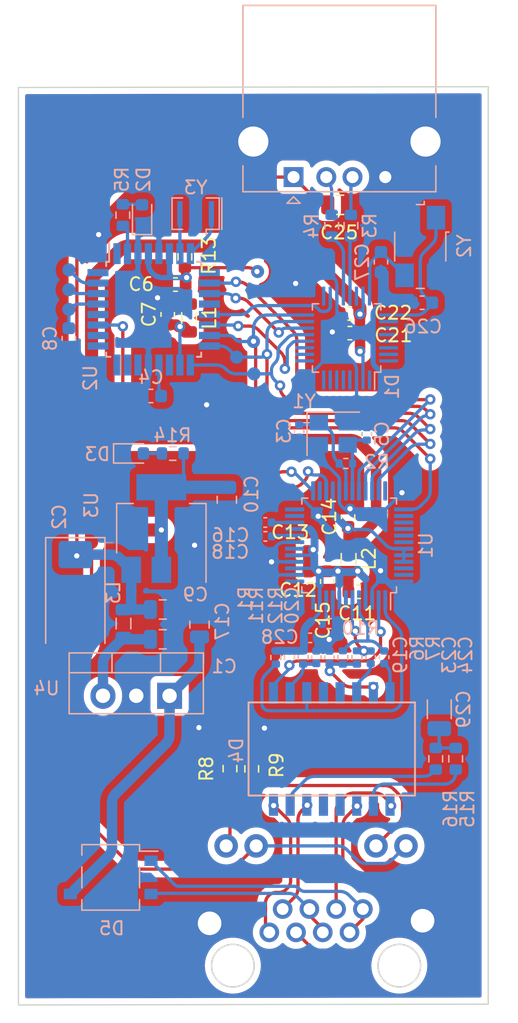
<source format=kicad_pcb>
(kicad_pcb (version 20211014) (generator pcbnew)
  (layers (0 "F.Cu" signal) (31 "B.Cu" signal) (34 "B.Paste" user) (35 "F.Paste" user) (36 "B.SilkS" user "B.Silkscreen") (37 "F.SilkS" user "F.Silkscreen") (38 "B.Mask" user) (39 "F.Mask" user) (44 "Edge.Cuts" user))
  (net 0 "")
  (net 1 "Net-(C3-Pad1)")
  (net 17 "Net-(C20-Pad1)")
  (net 42 "Net-(C1-Pad1)")
  (net 43 "GND")
  (net 44 "+5V")
  (net 45 "Net-(C4-Pad1)")
  (net 46 "Net-(C5-Pad1)")
  (net 47 "Net-(C6-Pad1)")
  (net 48 "+3.3V")
  (net 49 "Net-(C7-Pad1)")
  (net 50 "Net-(C27-Pad1)")
  (net 51 "Net-(C29-Pad1)")
  (net 52 "Net-(C11-Pad1)")
  (net 53 "Net-(C16-Pad1)")
  (net 54 "Net-(J1-Pad2)")
  (net 55 "Net-(J1-Pad3)")
  (net 56 "Net-(U2-Pad7)")
  (net 57 "Net-(U2-Pad8)")
  (net 58 "RST")
  (net 59 "Net-(C18-Pad1)")
  (net 60 "passive_PoE")
  (net 61 "Net-(C19-Pad1)")
  (net 62 "Net-(C24-Pad1)")
  (net 63 "Net-(C23-Pad1)")
  (net 64 "Net-(C23-Pad2)")
  (net 65 "Net-(C24-Pad2)")
  (net 66 "Net-(C26-Pad1)")
  (net 67 "Net-(D1-Pad20)")
  (net 68 "SCLK")
  (net 69 "SS_USB")
  (net 70 "MISO")
  (net 71 "MOSI")
  (net 72 "INT_USB")
  (net 73 "Net-(D2-Pad2)")
  (net 75 "Net-(D4-Pad1)")
  (net 76 "Net-(R5-Pad1)")
  (net 77 "Net-(R8-Pad1)")
  (net 78 "Net-(D1-Pad21)")
  (net 79 "Net-(R9-Pad1)")
  (net 81 "Net-(R10-Pad1)")
  (net 82 "SS_ETH")
  (net 84 "RST_ETH")
  (net 85 "RST_USB")
  (net 86 "Net-(D4-Pad3)")
  (net 88 "/RxD")
  (net 89 "/TxD")
  (net 91 "Net-(D3-Pad2)")
  (net 94 "Net-(D4-Pad9)")
  (net 95 "Net-(D4-Pad10)")
  (net 96 "Net-(D4-Pad11)")
  (net 99 "Net-(D4-Pad14)")
  (net 100 "Net-(D4-Pad15)")
  (net 101 "Net-(D4-Pad16)")
  (net 102 "Net-(D5-Pad1)")
  (net 103 "Net-(D5-Pad2)")
  (net 104 "link")
  (net 105 "act")
  (footprint "Capacitor_SMD:C_0805_2012Metric" (layer "F.Cu") (at 77.62 60.94)
    (fp_text reference "C25")
    (fp_text value "10u")
  )
  (footprint "Inductor_SMD:L_0805_2012Metric" (layer "F.Cu") (at 66.09 69.575 -90)
    (fp_text reference "L1")
    (fp_text value "47u")
  )
  (footprint "Capacitor_SMD:C_0603_1608Metric" (layer "F.Cu") (at 78.221814 84.745 90)
    (fp_text reference "C14")
    (fp_text value "1u")
  )
  (footprint "Capacitor_SMD:C_0603_1608Metric" (layer "F.Cu") (at 78.35 69.23 180)
    (fp_text reference "C22")
    (fp_text value "1u")
  )
  (footprint "Capacitor_SMD:C_0603_1608Metric" (layer "F.Cu") (at 64.46 69.305 90)
    (fp_text reference "C7")
    (fp_text value "10u")
  )
  (footprint "Resistor_SMD:R_0603_1608Metric" (layer "F.Cu") (at 65.77 64.91 -90)
    (fp_text reference "R13")
    (fp_text value "0")
  )
  (footprint "Capacitor_SMD:C_0603_1608Metric" (layer "F.Cu") (at 76.631814 89.685 -90)
    (fp_text reference "C15")
    (fp_text value "1u")
  )
  (footprint "Capacitor_SMD:C_0603_1608Metric" (layer "F.Cu") (at 74.411814 88.905 180)
    (fp_text reference "C12")
    (fp_text value "1u")
  )
  (footprint "Resistor_SMD:R_0603_1608Metric" (layer "F.Cu") (at 70.87 103.99 -90)
    (fp_text reference "R9")
    (fp_text value "100")
  )
  (footprint "Resistor_SMD:R_0603_1608Metric" (layer "F.Cu") (at 69.21 103.97 -90)
    (fp_text reference "R8")
    (fp_text value "100")
  )
  (footprint "Capacitor_SMD:C_0603_1608Metric" (layer "F.Cu") (at 78.36 70.73 180)
    (fp_text reference "C21")
    (fp_text value "1u")
  )
  (footprint "Capacitor_SMD:C_0603_1608Metric" (layer "F.Cu") (at 79.021814 90.475)
    (fp_text reference "C11")
    (fp_text value "1u")
  )
  (footprint "Inductor_SMD:L_0805_2012Metric" (layer "F.Cu") (at 78.261814 87.955 -90)
    (fp_text reference "L2")
    (fp_text value "10u")
  )
  (footprint "Capacitor_SMD:C_0603_1608Metric" (layer "F.Cu") (at 74.41 87.39 180)
    (fp_text reference "C13")
    (fp_text value "1u")
  )
  (footprint "Capacitor_SMD:C_0603_1608Metric" (layer "F.Cu") (at 65.05 67.025 180)
    (fp_text reference "C6")
    (fp_text value "1u")
  )
  (footprint "Resistor_SMD:R_0402_1005Metric" (layer "B.Cu") (at 73.75 95.5 -90)
    (fp_text reference "R11")
    (fp_text value "49R9")
  )
  (footprint "Resistor_SMD:R_0402_1005Metric" (layer "B.Cu") (at 72.71 95.49 -90)
    (fp_text reference "R1")
    (fp_text value "49R9")
  )
  (footprint "Crystal:Resonator_SMD_Murata_CSTxExxV-3Pin_3.0x1.1mm" (layer "B.Cu") (at 66.59 61.613 180)
    (fp_text reference "Y3")
    (fp_text value "8MHz")
  )
  (footprint "Package_QFP:LQFP-48_7x7mm_P0.5mm" (layer "B.Cu") (at 78.305 86.934214 90)
    (fp_text reference "U1")
    (fp_text value "W5500")
  )
  (footprint "Capacitor_SMD:C_0805_2012Metric" (layer "B.Cu") (at 66.885 92.975 90)
    (fp_text reference "C17")
    (fp_text value "10u")
  )
  (footprint "Capacitor_SMD:C_0402_1005Metric" (layer "B.Cu") (at 71.9125 86.244214 180)
    (fp_text reference "C18")
    (fp_text value "4.7u")
  )
  (footprint "lib:conn_mini" (layer "B.Cu") (at 56.915 68.923 -90)
    (fp_text reference "J6" hide)
    (fp_text value "reset")
  )
  (footprint "Capacitor_SMD:C_0603_1608Metric" (layer "B.Cu") (at 56.915 71.133 -90)
    (fp_text reference "C8")
    (fp_text value "10n")
  )
  (footprint "Package_QFP:TQFP-32_7x7mm_P0.8mm" (layer "B.Cu") (at 63.39 68.913 -90)
    (fp_text reference "U2")
    (fp_text value "ATmega328P")
  )
  (footprint "Package_TO_SOT_SMD:SOT-223-3_TabPin2" (layer "B.Cu") (at 63.975 85.645 90)
    (fp_text reference "U3")
    (fp_text value "NCP1117")
  )
  (footprint "Resistor_SMD:R_0603_1608Metric" (layer "B.Cu") (at 64.845 79.915 180)
    (fp_text reference "R14")
    (fp_text value "1k")
  )
  (footprint "Crystal:Crystal_SMD_3225-4Pin_3.2x2.5mm" (layer "B.Cu") (at 77.09 78.41)
    (fp_text reference "Y1")
    (fp_text value "25MHz")
  )
  (footprint "lib:conn_mini" (layer "B.Cu") (at 69.715 75.573 -90)
    (fp_text reference "J7" hide)
    (fp_text value "gnd")
  )
  (footprint "Package_TO_SOT_SMD:TO-269AA" (layer "B.Cu") (at 60.11 112.27 180)
    (fp_text reference "D5")
    (fp_text value "MB6S")
  )
  (footprint "lib:conn_mini" (layer "B.Cu") (at 71.005 71.373 -90)
    (fp_text reference "J3" hide)
    (fp_text value "mosi")
  )
  (footprint "Capacitor_SMD:C_0402_1005Metric" (layer "B.Cu") (at 71.905 85.184214 180)
    (fp_text reference "C16")
    (fp_text value "10n")
  )
  (footprint "MyLibrary:KLS12-108" (layer "B.Cu") (at 75.78 119.0075 180)
    (fp_text reference "J10" hide)
    (fp_text value "L-KLS12")
    (fp_circle (center -6.35 0) (end -4.725 0) (layer "Edge.Cuts") (width 0.12) (fill none))
    (fp_circle (center 6.35 0) (end 7.975 0) (layer "Edge.Cuts") (width 0.12) (fill none))
  )
  (footprint "Resistor_SMD:R_0402_1005Metric" (layer "B.Cu") (at 78.05 80.68)
    (fp_text reference "R2")
    (fp_text value "1M")
  )
  (footprint "Resistor_SMD:R_0603_1608Metric" (layer "B.Cu") (at 84.91 103.22 -90)
    (fp_text reference "R16")
    (fp_text value "75")
  )
  (footprint "LED_SMD:LED_0603_1608Metric" (layer "B.Cu") (at 61.815 79.915)
    (fp_text reference "D3")
    (fp_text value "LED")
  )
  (footprint "Connector_USB:USB_A_CONNFLY_DS1095-WNR0" (layer "B.Cu") (at 74.06 58.82)
    (fp_text reference "J1" hide)
    (fp_text value "USBA DS1095B-R")
  )
  (footprint "Capacitor_SMD:C_0402_1005Metric" (layer "B.Cu") (at 75.7975 95.469214 90)
    (fp_text reference "C20")
    (fp_text value "22n")
  )
  (footprint "Capacitor_SMD:C_0402_1005Metric" (layer "B.Cu") (at 76.8 95.48 90)
    (fp_text reference "C19")
    (fp_text value "10n")
  )
  (footprint "Package_QFP:PQFP-32_5x5mm_P0.5mm" (layer "B.Cu") (at 78.11 71.1 90)
    (fp_text reference "D1")
    (fp_text value "MAX3421")
  )
  (footprint "Capacitor_SMD:C_0402_1005Metric" (layer "B.Cu") (at 74.49 78.2 -90)
    (fp_text reference "C3")
    (fp_text value "10p")
  )
  (footprint "Capacitor_SMD:C_0402_1005Metric" (layer "B.Cu") (at 75.33 93.99)
    (fp_text reference "C28")
    (fp_text value "1u")
  )
  (footprint "Capacitor_Tantalum_SMD:CP_EIA-7343-15_Kemet-W" (layer "B.Cu") (at 57.41 90.75 -90)
    (fp_text reference "C2")
    (fp_text value "1000")
  )
  (footprint "lib:conn_mini" (layer "B.Cu") (at 69.715 72.563 -90)
    (fp_text reference "J4" hide)
    (fp_text value "miso")
  )
  (footprint "Resistor_SMD:R_0402_1005Metric" (layer "B.Cu") (at 76.76 92.9)
    (fp_text reference "R10")
    (fp_text value "12.4k")
  )
  (footprint "Inductor_SMD:L_0805_2012Metric" (layer "B.Cu") (at 61.085 92.9 90)
    (fp_text reference "L3")
    (fp_text value "47u")
  )
  (footprint "Capacitor_SMD:C_0603_1608Metric" (layer "B.Cu") (at 83.87 68.41 180)
    (fp_text reference "C26")
    (fp_text value "8p")
  )
  (footprint "Resistor_SMD:R_0603_1608Metric" (layer "B.Cu") (at 86.43 103.22 -90)
    (fp_text reference "R15")
    (fp_text value "75")
  )
  (footprint "Capacitor_SMD:C_0603_1608Metric" (layer "B.Cu") (at 63.18 75.53 180)
    (fp_text reference "C4")
    (fp_text value "1u")
  )
  (footprint "Capacitor_SMD:C_0805_2012Metric" (layer "B.Cu") (at 64.085 91.825)
    (fp_text reference "C9")
    (fp_text value "10u")
  )
  (footprint "lib:conn_mini" (layer "B.Cu") (at 56.925 65.903 -90)
    (fp_text reference "J8" hide)
    (fp_text value "gnd")
  )
  (footprint "Resistor_SMD:R_0402_1005Metric" (layer "B.Cu") (at 77.8225 95.489214 -90)
    (fp_text reference "R6")
    (fp_text value "82")
  )
  (footprint "Capacitor_SMD:C_0402_1005Metric" (layer "B.Cu") (at 80.9725 95.469214 -90)
    (fp_text reference "C24")
    (fp_text value "6.8n")
  )
  (footprint "Resistor_SMD:R_0402_1005Metric" (layer "B.Cu") (at 74.7975 95.489214 -90)
    (fp_text reference "R12")
    (fp_text value "10")
  )
  (footprint "lib:conn_mini" (layer "B.Cu") (at 71.32 66.03 -90)
    (fp_text reference "J9" hide)
    (fp_text value "PW")
  )
  (footprint "Resistor_SMD:R_0402_1005Metric" (layer "B.Cu") (at 78.8975 95.489214 -90)
    (fp_text reference "R7")
    (fp_text value "82")
  )
  (footprint "lib:conn_mini" (layer "B.Cu") (at 56.915 67.413 -90)
    (fp_text reference "J2" hide)
    (fp_text value "gnd")
  )
  (footprint "Capacitor_SMD:C_0805_2012Metric" (layer "B.Cu") (at 64.085 94.1)
    (fp_text reference "C1")
    (fp_text value "10u")
  )
  (footprint "Capacitor_SMD:C_0805_2012Metric" (layer "B.Cu") (at 68.97 83.45 -90)
    (fp_text reference "C10")
    (fp_text value "10u")
  )
  (footprint "Capacitor_SMD:C_0402_1005Metric" (layer "B.Cu") (at 79.9475 95.469214 -90)
    (fp_text reference "C23")
    (fp_text value "6.8n")
  )
  (footprint "MyLibrary:H1102N" (layer "B.Cu") (at 76.976814 102.47 -90)
    (fp_text reference "D4")
    (fp_text value "H1102NL")
  )
  (footprint "Resistor_SMD:R_0603_1608Metric" (layer "B.Cu") (at 61.035 61.723 90)
    (fp_text reference "R5")
    (fp_text value "1k")
  )
  (footprint "Crystal:Crystal_SMD_0603-4Pin_6.0x3.5mm" (layer "B.Cu") (at 83.73 64.12 -90)
    (fp_text reference "Y2")
    (fp_text value "12MHz")
  )
  (footprint "Capacitor_SMD:C_1206_3216Metric" (layer "B.Cu") (at 85.18 99.44 90)
    (fp_text reference "C29")
    (fp_text value "1n 2kV")
  )
  (footprint "Resistor_SMD:R_0603_1608Metric" (layer "B.Cu") (at 78.44 62.53 90)
    (fp_text reference "R3")
    (fp_text value "33")
  )
  (footprint "Resistor_SMD:R_0603_1608Metric" (layer "B.Cu") (at 76.97 62.53 90)
    (fp_text reference "R4")
    (fp_text value "33")
  )
  (footprint "Capacitor_SMD:C_0402_1005Metric" (layer "B.Cu") (at 79.65 78.42 90)
    (fp_text reference "C5")
    (fp_text value "10p")
  )
  (footprint "Package_TO_SOT_THT:TO-220-3_Vertical" (layer "B.Cu") (at 64.6 98.41 180)
    (fp_text reference "U4")
    (fp_text value "N7805")
  )
  (footprint "Capacitor_SMD:C_0603_1608Metric" (layer "B.Cu") (at 80.73 65.31 -90)
    (fp_text reference "C27")
    (fp_text value "8p")
  )
  (footprint "lib:conn_mini" (layer "B.Cu") (at 71.04 73.838 -90)
    (fp_text reference "J5" hide)
    (fp_text value "sclk")
  )
  (footprint "LED_SMD:LED_0603_1608Metric" (layer "B.Cu") (at 62.505 61.723 90)
    (fp_text reference "D2")
    (fp_text value "LED")
  )
  (gr_line (start 53.073554 122.008946) (end 53.073554 51.983946) (layer "Edge.Cuts") (width 0.1))
  (gr_line (start 53.073554 51.983946) (end 88.913554 51.921446) (layer "Edge.Cuts") (width 0.1))
  (gr_line (start 88.913554 51.921446) (end 88.913554 121.946446) (layer "Edge.Cuts") (width 0.1))
  (gr_line (start 88.913554 121.946446) (end 53.073554 122.008946) (layer "Edge.Cuts") (width 0.1))
  (segment (start 78.055 82.771714) (end 78.055 81.402107) (width 0.25) (layer "B.Cu") (net 1))
  (segment (start 74.49 77.72) (end 75.83 77.72) (width 0.25) (layer "B.Cu") (net 1))
  (segment (start 77.09 79.815786) (end 77.09 78.814214) (width 0.25) (layer "B.Cu") (net 1))
  (segment (start 76.797107 78.107107) (end 76.25 77.56) (width 0.25) (layer "B.Cu") (net 1))
  (segment (start 77.908553 81.048553) (end 77.54 80.68) (width 0.25) (layer "B.Cu") (net 1))
  (segment (start 76.25 77.56) (end 75.99 77.56) (width 0.25) (layer "B.Cu") (net 1))
  (segment (start 75.83 77.72) (end 75.99 77.56) (width 0.25) (layer "B.Cu") (net 1))
  (arc (start 77.382893 80.522893) (mid 77.16612 80.19847) (end 77.09 79.815786) (width 0.25) (layer "B.Cu") (net 1))
  (arc (start 77.09 78.814214) (mid 77.01388 78.431531) (end 76.797107 78.107107) (width 0.25) (layer "B.Cu") (net 1))
  (arc (start 78.055 81.402107) (mid 78.01694 81.210765) (end 77.908553 81.048553) (width 0.25) (layer "B.Cu") (net 1))
  (segment (start 73.801814 97.678186) (end 73.801814 98.205) (width 0.25) (layer "B.Cu") (net 17))
  (segment (start 74.7975 95.999214) (end 75.7475 95.999214) (width 0.25) (layer "B.Cu") (net 17))
  (segment (start 74.7975 95.999214) (end 74.7975 96.268286) (width 0.25) (layer "B.Cu") (net 17))
  (segment (start 74.504607 96.975393) (end 73.801814 97.678186) (width 0.25) (layer "B.Cu") (net 17))
  (arc (start 74.504607 96.975393) (mid 74.72138 96.65097) (end 74.7975 96.268286) (width 0.25) (layer "B.Cu") (net 17))
  (segment (start 59.52 98.41) (end 59.52 95.941714) (width 0.8) (layer "B.Cu") (net 42))
  (segment (start 59.812893 95.234607) (end 61.085 93.9625) (width 0.8) (layer "B.Cu") (net 42))
  (segment (start 63.135 94.1) (end 61.2225 94.1) (width 0.8) (layer "B.Cu") (net 42))
  (arc (start 59.52 95.941714) (mid 59.59612 95.559031) (end 59.812893 95.234607) (width 0.8) (layer "B.Cu") (net 42))
  (via (at 66.84 100.84) (size 0.8) (drill 0.4) (layers "F.Cu" "B.Cu") (net 43))
  (via (at 74.22 66.94) (size 0.8) (drill 0.4) (layers "F.Cu" "B.Cu") (net 43))
  (via (at 71.84 100.88) (size 0.8) (drill 0.4) (layers "F.Cu" "B.Cu") (net 43))
  (via (at 77.02 70.64) (size 0.8) (drill 0.4) (layers "F.Cu" "B.Cu") (net 43))
  (via (at 82.33 82.91) (size 0.8) (drill 0.4) (layers "F.Cu" "B.Cu") (net 43))
  (via (at 66.51 86.92) (size 0.8) (drill 0.4) (layers "F.Cu" "B.Cu") (net 43))
  (via (at 78.371814 84.135) (size 0.8) (drill 0.4) (layers "F.Cu" "B.Cu") (net 43))
  (via (at 75.94 84.71) (size 0.8) (drill 0.4) (layers "F.Cu" "B.Cu") (net 43))
  (via (at 80.7 88.86) (size 0.8) (drill 0.4) (layers "F.Cu" "B.Cu") (net 43))
  (via (at 67.43 76.2) (size 0.8) (drill 0.4) (layers "F.Cu" "B.Cu") (net 43))
  (via (at 63.685 68.033) (size 0.8) (drill 0.4) (layers "F.Cu" "B.Cu") (net 43))
  (via (at 72.38 88.19) (size 0.8) (drill 0.4) (layers "F.Cu" "B.Cu") (net 43))
  (via (at 76.78 94.11) (size 0.8) (drill 0.4) (layers "F.Cu" "B.Cu") (net 43))
  (via (at 59.19 63.21) (size 0.8) (drill 0.4) (layers "F.Cu" "B.Cu") (net 43))
  (segment (start 62.697107 74.760893) (end 61.965 75.493) (width 0.4) (layer "B.Cu") (net 43))
  (segment (start 80.9825 84.274214) (end 82.3025 82.954214) (width 0.25) (layer "B.Cu") (net 43))
  (segment (start 77.408553 81.608553) (end 75.99 80.19) (width 0.25) (layer "B.Cu") (net 43))
  (segment (start 78.87 74.3) (end 78.87 73.584214) (width 0.25) (layer "B.Cu") (net 43))
  (segment (start 62.99 73.163) (end 62.99 74.053786) (width 0.4) (layer "B.Cu") (net 43))
  (segment (start 63.79 62.908) (end 63.79 64.663) (width 0.4) (layer "B.Cu") (net 43))
  (segment (start 74.1425 86.684214) (end 73.446714 86.684214) (width 0.25) (layer "B.Cu") (net 43))
  (segment (start 62.482893 62.532607) (end 62.505 62.5105) (width 0.4) (layer "B.Cu") (net 43))
  (segment (start 77.555 82.771714) (end 77.555 81.962107) (width 0.25) (layer "B.Cu") (net 43))
  (segment (start 78.87 74.3) (end 78.87 75.81) (width 0.25) (layer "B.Cu") (net 43))
  (segment (start 80.5825 89.684214) (end 82.4675 89.684214) (width 0.25) (layer "B.Cu") (net 43))
  (segment (start 77.37 67.9) (end 77.37 67.114214) (width 0.25) (layer "B.Cu") (net 43))
  (segment (start 72.739607 86.977107) (end 72.0625 87.654214) (width 0.25) (layer "B.Cu") (net 43))
  (segment (start 62.99 73.163) (end 62.99 69.94) (width 0.4) (layer "B.Cu") (net 43))
  (segment (start 77.055 91.096714) (end 77.055 92.381079) (width 0.25) (layer "B.Cu") (net 43))
  (segment (start 81.36 74.35) (end 80.276447 73.266447) (width 0.4) (layer "B.Cu") (net 43))
  (segment (start 73.974143 82.605857) (end 75.4025 84.034214) (width 0.25) (layer "B.Cu") (net 43))
  (segment (start 77.701447 83.923161) (end 77.906054 84.127768) (width 0.25) (layer "B.Cu") (net 43))
  (segment (start 77.01 72.2) (end 75.21 74) (width 0.25) (layer "B.Cu") (net 43))
  (segment (start 62.19 64.663) (end 62.19 63.239714) (width 0.4) (layer "B.Cu") (net 43))
  (segment (start 74.1425 89.184214) (end 72.0225 89.184214) (width 0.25) (layer "B.Cu") (net 43))
  (segment (start 74.1425 88.184214) (end 72.8425 88.184214) (width 0.25) (layer "B.Cu") (net 43))
  (segment (start 62.505 62.5105) (end 63.3925 62.5105) (width 0.4) (layer "B.Cu") (net 43))
  (segment (start 72.8425 88.184214) (end 72.7925 88.134214) (width 0.25) (layer "B.Cu") (net 43))
  (segment (start 75.4025 84.034214) (end 75.9525 84.584214) (width 0.25) (layer "B.Cu") (net 43))
  (segment (start 62.19 64.663) (end 62.19 69.14) (width 0.4) (layer "B.Cu") (net 43))
  (segment (start 78.259607 84.274214) (end 80.9825 84.274214) (width 0.25) (layer "B.Cu") (net 43))
  (segment (start 80.201447 90.065267) (end 80.5825 89.684214) (width 0.25) (layer "B.Cu") (net 43))
  (segment (start 75.8325 94.964214) (end 75.8425 94.954214) (width 0.25) (layer "B.Cu") (net 43))
  (segment (start 77.077107 66.407107) (end 76.89 66.22) (width 0.25) (layer "B.Cu") (net 43))
  (segment (start 63.3925 62.5105) (end 63.79 62.908) (width 0.4) (layer "B.Cu") (net 43))
  (segment (start 76.89 66.22) (end 76.77 66.1) (width 0.25) (layer "B.Cu") (net 43))
  (segment (start 77.201447 92.734633) (end 77.321814 92.855) (width 0.25) (layer "B.Cu") (net 43))
  (segment (start 80.8025 89.254214) (end 82.6325 91.084214) (width 0.5) (layer "B.Cu") (net 43))
  (segment (start 80.276447 68.953553) (end 81.02 68.21) (width 0.4) (layer "B.Cu") (net 43))
  (segment (start 78.577107 72.877107) (end 77.9 72.2) (width 0.25) (layer "B.Cu") (net 43))
  (segment (start 80.055 91.096714) (end 80.055 90.418821) (width 0.25) (layer "B.Cu") (net 43))
  (segment (start 75.99 80.19) (end 75.99 79.26) (width 0.25) (layer "B.Cu") (net 43))
  (segment (start 77.555 82.771714) (end 77.555 83.569607) (width 0.25) (layer "B.Cu") (net 43))
  (segment (start 77.37 67.9) (end 77.37 69.98) (width 0.25) (layer "B.Cu") (net 43))
  (segment (start 80.13 72.912893) (end 80.13 69.307107) (width 0.4) (layer "B.Cu") (net 43))
  (arc (start 80.055 90.418821) (mid 80.09306 90.227479) (end 80.201447 90.065267) (width 0.25) (layer "B.Cu") (net 43))
  (arc (start 78.577107 72.877107) (mid 78.79388 73.20153) (end 78.87 73.584214) (width 0.25) (layer "B.Cu") (net 43))
  (arc (start 77.555 81.962107) (mid 77.51694 81.770765) (end 77.408553 81.608553) (width 0.25) (layer "B.Cu") (net 43))
  (arc (start 77.555 83.569607) (mid 77.59306 83.760949) (end 77.701447 83.923161) (width 0.25) (layer "B.Cu") (net 43))
  (arc (start 80.13 69.307107) (mid 80.16806 69.115765) (end 80.276447 68.953553) (width 0.4) (layer "B.Cu") (net 43))
  (arc (start 77.055 92.381079) (mid 77.09306 92.572421) (end 77.201447 92.734633) (width 0.25) (layer "B.Cu") (net 43))
  (arc (start 62.482893 62.532607) (mid 62.26612 62.85703) (end 62.19 63.239714) (width 0.4) (layer "B.Cu") (net 43))
  (arc (start 77.37 67.114214) (mid 77.29388 66.731531) (end 77.077107 66.407107) (width 0.25) (layer "B.Cu") (net 43))
  (arc (start 72.739607 86.977107) (mid 73.06403 86.760334) (end 73.446714 86.684214) (width 0.25) (layer "B.Cu") (net 43))
  (arc (start 77.906054 84.127768) (mid 78.068266 84.236154) (end 78.259607 84.274214) (width 0.25) (layer "B.Cu") (net 43))
  (arc (start 80.276447 73.266447) (mid 80.16806 73.104235) (end 80.13 72.912893) (width 0.4) (layer "B.Cu") (net 43))
  (arc (start 62.99 74.053786) (mid 62.91388 74.436469) (end 62.697107 74.760893) (width 0.4) (layer "B.Cu") (net 43))
  (segment (start 57.53 63.104214) (end 57.53 87.72) (width 0.25) (layer "F.Cu") (net 44))
  (segment (start 57.53 87.72) (end 57.52 87.73) (width 0.25) (layer "F.Cu") (net 44))
  (segment (start 76.18 60.94) (end 74.06 58.82) (width 0.25) (layer "F.Cu") (net 44))
  (segment (start 61.107107 59.112893) (end 57.822893 62.397107) (width 0.25) (layer "F.Cu") (net 44))
  (segment (start 74.06 58.82) (end 61.814214 58.82) (width 0.25) (layer "F.Cu") (net 44))
  (segment (start 76.67 60.94) (end 76.18 60.94) (width 0.25) (layer "F.Cu") (net 44))
  (via (at 57.52 87.73) (size 0.8) (drill 0.4) (layers "F.Cu" "B.Cu") (net 44))
  (arc (start 57.822893 62.397107) (mid 57.60612 62.721531) (end 57.53 63.104214) (width 0.25) (layer "F.Cu") (net 44))
  (arc (start 61.814214 58.82) (mid 61.431531 58.89612) (end 61.107107 59.112893) (width 0.25) (layer "F.Cu") (net 44))
  (segment (start 61.0975 91.825) (end 61.085 91.8375) (width 0.25) (layer "B.Cu") (net 44))
  (segment (start 57.41 87.6375) (end 60.103286 87.6375) (width 0.8) (layer "B.Cu") (net 44))
  (segment (start 61.675 91.815) (end 61.665 91.825) (width 0.25) (layer "B.Cu") (net 44))
  (segment (start 60.810393 87.930393) (end 61.415 88.535) (width 0.8) (layer "B.Cu") (net 44))
  (segment (start 63.135 91.825) (end 61.665 91.825) (width 0.8) (layer "B.Cu") (net 44))
  (segment (start 61.675 88.795) (end 61.675 91.815) (width 0.8) (layer "B.Cu") (net 44))
  (segment (start 61.415 88.535) (end 61.675 88.795) (width 0.25) (layer "B.Cu") (net 44))
  (segment (start 61.665 91.825) (end 61.0975 91.825) (width 0.8) (layer "B.Cu") (net 44))
  (arc (start 60.810393 87.930393) (mid 60.48597 87.71362) (end 60.103286 87.6375) (width 0.8) (layer "B.Cu") (net 44))
  (segment (start 63.79 75.563) (end 63.815 75.588) (width 0.25) (layer "B.Cu") (net 45))
  (segment (start 63.79 73.163) (end 63.79 75.563) (width 0.25) (layer "B.Cu") (net 45))
  (segment (start 78.555 80.685) (end 78.56 80.68) (width 0.25) (layer "B.Cu") (net 46))
  (segment (start 78.55 78.9) (end 78.19 79.26) (width 0.25) (layer "B.Cu") (net 46))
  (segment (start 78.555 82.771714) (end 78.555 80.685) (width 0.25) (layer "B.Cu") (net 46))
  (segment (start 79.65 78.9) (end 78.55 78.9) (width 0.25) (layer "B.Cu") (net 46))
  (segment (start 78.56 80.68) (end 78.56 79.55) (width 0.25) (layer "B.Cu") (net 46))
  (segment (start 65.77 65.735) (end 65.77 66.97) (width 0.6) (layer "F.Cu") (net 47))
  (segment (start 65.77 65.735) (end 70.560786 65.735) (width 0.25) (layer "F.Cu") (net 47))
  (segment (start 65.825 67.025) (end 65.825 68.040393) (width 0.8) (layer "F.Cu") (net 47))
  (segment (start 65.77 66.97) (end 65.825 67.025) (width 0.25) (layer "F.Cu") (net 47))
  (segment (start 65.971447 68.393947) (end 66.09 68.5125) (width 0.8) (layer "F.Cu") (net 47))
  (segment (start 71.267893 66.027893) (end 71.27 66.03) (width 0.25) (layer "F.Cu") (net 47))
  (via (at 65.905 66.493) (size 0.8) (drill 0.4) (layers "F.Cu" "B.Cu") (net 47))
  (via (at 71.27 66.03) (size 0.8) (drill 0.4) (layers "F.Cu" "B.Cu") (net 47))
  (arc (start 70.560786 65.735) (mid 70.943469 65.81112) (end 71.267893 66.027893) (width 0.25) (layer "F.Cu") (net 47))
  (arc (start 65.971447 68.393947) (mid 65.86306 68.231735) (end 65.825 68.040393) (width 0.8) (layer "F.Cu") (net 47))
  (segment (start 64.555 66.493) (end 65.905 66.493) (width 0.4) (layer "B.Cu") (net 47))
  (segment (start 64.59 64.663) (end 64.59 66.458) (width 0.4) (layer "B.Cu") (net 47))
  (segment (start 64.049214 66.493) (end 64.555 66.493) (width 0.4) (layer "B.Cu") (net 47))
  (segment (start 64.59 66.458) (end 64.555 66.493) (width 0.25) (layer "B.Cu") (net 47))
  (segment (start 63.282893 66.140893) (end 63.342107 66.200107) (width 0.4) (layer "B.Cu") (net 47))
  (segment (start 62.99 64.663) (end 62.99 65.433786) (width 0.4) (layer "B.Cu") (net 47))
  (arc (start 64.049214 66.493) (mid 63.666531 66.41688) (end 63.342107 66.200107) (width 0.4) (layer "B.Cu") (net 47))
  (arc (start 62.99 65.433786) (mid 63.06612 65.816469) (end 63.282893 66.140893) (width 0.4) (layer "B.Cu") (net 47))
  (segment (start 63.975 85.753) (end 58.657 85.753) (width 1) (layer "F.Cu") (net 48))
  (segment (start 79.135 70.73) (end 79.135 72.115) (width 0.8) (layer "F.Cu") (net 48))
  (segment (start 79.125 69.23) (end 79.125 70.72) (width 0.8) (layer "F.Cu") (net 48))
  (segment (start 58.65 94.31) (end 58.65 86.7) (width 0.25) (layer "F.Cu") (net 48))
  (segment (start 61.647107 111.347107) (end 57.982893 107.682893) (width 0.25) (layer "F.Cu") (net 48))
  (segment (start 58.65 78.74) (end 58.65 81.37) (width 1) (layer "F.Cu") (net 48))
  (segment (start 79.125 70.72) (end 79.135 70.73) (width 0.25) (layer "F.Cu") (net 48))
  (segment (start 57.982893 95.391321) (end 58.357107 95.017107) (width 0.25) (layer "F.Cu") (net 48))
  (segment (start 58.65 85.76) (end 58.65 86.7) (width 1) (layer "F.Cu") (net 48))
  (segment (start 78.261814 86.8925) (end 78.261814 86.258186) (width 0.8) (layer "F.Cu") (net 48))
  (segment (start 65.77 64.085) (end 74.080786 64.085) (width 1) (layer "F.Cu") (net 48))
  (segment (start 80.067107 80.077107) (end 79.102893 79.112893) (width 0.8) (layer "F.Cu") (net 48))
  (segment (start 78.395786 78.82) (end 58.73 78.82) (width 0.8) (layer "F.Cu") (net 48))
  (segment (start 78.284314 86.915) (end 78.261814 86.8925) (width 0.25) (layer "F.Cu") (net 48))
  (segment (start 78.261814 86.258186) (end 78.261814 85.63) (width 0.8) (layer "F.Cu") (net 48))
  (segment (start 79.394707 85.965293) (end 80.067107 85.292893) (width 0.8) (layer "F.Cu") (net 48))
  (segment (start 69.023286 111.64) (end 62.354214 111.64) (width 0.25) (layer "F.Cu") (net 48))
  (segment (start 78.261814 85.63) (end 78.231814 85.6) (width 0.25) (layer "F.Cu") (net 48))
  (segment (start 58.65 81.37) (end 58.65 83.345786) (width 1) (layer "F.Cu") (net 48))
  (segment (start 57.69 106.975786) (end 57.69 96.098428) (width 0.25) (layer "F.Cu") (net 48))
  (segment (start 58.73 78.82) (end 58.65 78.74) (width 0.8) (layer "F.Cu") (net 48))
  (segment (start 71.21 109.8675) (end 69.730393 111.347107) (width 0.25) (layer "F.Cu") (net 48))
  (segment (start 74.787893 64.377893) (end 78.978554 68.568554) (width 1) (layer "F.Cu") (net 48))
  (segment (start 60.812107 64.377893) (end 58.942893 66.247107) (width 1) (layer "F.Cu") (net 48))
  (segment (start 79.135 72.115) (end 79.14 72.12) (width 0.25) (layer "F.Cu") (net 48))
  (segment (start 65.77 64.085) (end 61.519214 64.085) (width 1) (layer "F.Cu") (net 48))
  (segment (start 80.36 84.585786) (end 80.36 80.784214) (width 0.8) (layer "F.Cu") (net 48))
  (segment (start 78.261814 86.258186) (end 78.6876 86.258186) (width 0.8) (layer "F.Cu") (net 48))
  (segment (start 79.125 68.922107) (end 79.125 69.23) (width 1) (layer "F.Cu") (net 48))
  (segment (start 58.65 66.954214) (end 58.65 78.74) (width 1) (layer "F.Cu") (net 48))
  (segment (start 58.65 83.345786) (end 58.65 85.76) (width 1) (layer "F.Cu") (net 48))
  (segment (start 58.657 85.753) (end 58.65 85.76) (width 1) (layer "F.Cu") (net 48))
  (via (at 63.975 85.753) (size 0.8) (drill 0.4) (layers "F.Cu" "B.Cu") (net 48))
  (via (at 79.13 69.28) (size 0.8) (drill 0.4) (layers "F.Cu" "B.Cu") (net 48))
  (via (at 78.211814 85.635) (size 0.8) (drill 0.4) (layers "F.Cu" "B.Cu") (net 48))
  (via (at 79.14 72.12) (size 0.8) (drill 0.4) (layers "F.Cu" "B.Cu") (net 48))
  (arc (start 58.65 94.31) (mid 58.57388 94.692683) (end 58.357107 95.017107) (width 0.25) (layer "F.Cu") (net 48))
  (arc (start 79.102893 79.112893) (mid 78.77847 78.89612) (end 78.395786 78.82) (width 0.8) (layer "F.Cu") (net 48))
  (arc (start 74.787893 64.377893) (mid 74.46347 64.16112) (end 74.080786 64.085) (width 1) (layer "F.Cu") (net 48))
  (arc (start 80.067107 80.077107) (mid 80.28388 80.40153) (end 80.36 80.784214) (width 0.8) (layer "F.Cu") (net 48))
  (arc (start 61.647107 111.347107) (mid 61.97153 111.56388) (end 62.354214 111.64) (width 0.25) (layer "F.Cu") (net 48))
  (arc (start 57.69 106.975786) (mid 57.76612 107.358469) (end 57.982893 107.682893) (width 0.25) (layer "F.Cu") (net 48))
  (arc (start 78.6876 86.258186) (mid 79.070283 86.182066) (end 79.394707 85.965293) (width 0.8) (layer "F.Cu") (net 48))
  (arc (start 58.942893 66.247107) (mid 58.72612 66.57153) (end 58.65 66.954214) (width 1) (layer "F.Cu") (net 48))
  (arc (start 69.730393 111.347107) (mid 69.40597 111.56388) (end 69.023286 111.64) (width 0.25) (layer "F.Cu") (net 48))
  (arc (start 78.978554 68.568554) (mid 79.08694 68.730766) (end 79.125 68.922107) (width 1) (layer "F.Cu") (net 48))
  (arc (start 60.812107 64.377893) (mid 61.13653 64.16112) (end 61.519214 64.085) (width 1) (layer "F.Cu") (net 48))
  (arc (start 57.69 96.098428) (mid 57.76612 95.715745) (end 57.982893 95.391321) (width 0.25) (layer "F.Cu") (net 48))
  (arc (start 80.067107 85.292893) (mid 80.28388 84.96847) (end 80.36 84.585786) (width 0.8) (layer "F.Cu") (net 48))
  (segment (start 78.2625 85.714214) (end 78.2925 85.714214) (width 0.25) (layer "B.Cu") (net 48))
  (segment (start 81.796714 87.184214) (end 82.4675 87.184214) (width 0.25) (layer "B.Cu") (net 48))
  (segment (start 79.594214 111.21) (end 80.883286 111.21) (width 0.25) (layer "B.Cu") (net 48))
  (segment (start 63.975 85.753) (end 63.975 82.495) (width 1) (layer "B.Cu") (net 48))
  (segment (start 79.36 74.3) (end 79.36 72.537107) (width 0.25) (layer "B.Cu") (net 48))
  (segment (start 68.945 82.495) (end 63.975 82.495) (width 1) (layer "B.Cu") (net 48))
  (segment (start 65.665 81.485) (end 65.665 83.175) (width 0.25) (layer "B.Cu") (net 48))
  (segment (start 68.975 82.525) (end 68.945 82.495) (width 0.25) (layer "B.Cu") (net 48))
  (segment (start 81.590393 110.917107) (end 82.64 109.8675) (width 0.25) (layer "B.Cu") (net 48))
  (segment (start 79.213553 72.183553) (end 79.16 72.13) (width 0.25) (layer "B.Cu") (net 48))
  (segment (start 78.130393 110.160393) (end 78.887107 110.917107) (width 0.25) (layer "B.Cu") (net 48))
  (segment (start 63.975 88.795) (end 63.975 85.753) (width 1) (layer "B.Cu") (net 48))
  (segment (start 79.37 67.9) (end 79.37 68.832893) (width 0.25) (layer "B.Cu") (net 48))
  (segment (start 71.21 109.8675) (end 77.423286 109.8675) (width 0.25) (layer "B.Cu") (net 48))
  (segment (start 78.2925 85.714214) (end 79.498286 85.714214) (width 0.25) (layer "B.Cu") (net 48))
  (segment (start 80.205393 86.007107) (end 81.089607 86.891321) (width 0.25) (layer "B.Cu") (net 48))
  (segment (start 65.67 79.915) (end 65.665 79.92) (width 0.25) (layer "B.Cu") (net 48))
  (segment (start 77.055 84.506714) (end 78.2625 85.714214) (width 0.6) (layer "B.Cu") (net 48))
  (segment (start 82.4675 87.684214) (end 82.4675 87.184214) (width 0.25) (layer "B.Cu") (net 48))
  (segment (start 65.665 79.92) (end 65.665 81.485) (width 0.25) (layer "B.Cu") (net 48))
  (segment (start 79.223553 69.186447) (end 79.13 69.28) (width 0.25) (layer "B.Cu") (net 48))
  (segment (start 82.4675 88.184214) (end 82.4675 87.684214) (width 0.25) (layer "B.Cu") (net 48))
  (segment (start 79.13 69.28) (end 79.12 69.29) (width 0.25) (layer "B.Cu") (net 48))
  (segment (start 77.055 82.771714) (end 77.055 84.506714) (width 0.25) (layer "B.Cu") (net 48))
  (arc (start 77.423286 109.8675) (mid 77.805969 109.94362) (end 78.130393 110.160393) (width 0.25) (layer "B.Cu") (net 48))
  (arc (start 81.796714 87.184214) (mid 81.414031 87.108094) (end 81.089607 86.891321) (width 0.25) (layer "B.Cu") (net 48))
  (arc (start 81.590393 110.917107) (mid 81.26597 111.13388) (end 80.883286 111.21) (width 0.25) (layer "B.Cu") (net 48))
  (arc (start 79.498286 85.714214) (mid 79.880969 85.790334) (end 80.205393 86.007107) (width 0.25) (layer "B.Cu") (net 48))
  (arc (start 79.36 72.537107) (mid 79.32194 72.345765) (end 79.213553 72.183553) (width 0.25) (layer "B.Cu") (net 48))
  (arc (start 79.37 68.832893) (mid 79.33194 69.024235) (end 79.223553 69.186447) (width 0.25) (layer "B.Cu") (net 48))
  (arc (start 79.594214 111.21) (mid 79.211531 111.13388) (end 78.887107 110.917107) (width 0.25) (layer "B.Cu") (net 48))
  (segment (start 65.29 70.255) (end 65.7075 70.255) (width 0.8) (layer "F.Cu") (net 49))
  (segment (start 65.115 70.08) (end 65.29 70.255) (width 0.8) (layer "F.Cu") (net 49))
  (segment (start 65.7075 70.255) (end 66.09 70.6375) (width 0.8) (layer "F.Cu") (net 49))
  (segment (start 64.46 70.08) (end 65.115 70.08) (width 0.8) (layer "F.Cu") (net 49))
  (via (at 65.405 70.233) (size 0.8) (drill 0.4) (layers "F.Cu" "B.Cu") (net 49))
  (segment (start 65.39 70.248) (end 65.405 70.233) (width 0.25) (layer "B.Cu") (net 49))
  (segment (start 65.39 73.163) (end 65.39 70.248) (width 0.25) (layer "B.Cu") (net 49))
  (segment (start 79.87 67.9) (end 79.87 65.809214) (width 0.25) (layer "B.Cu") (net 50))
  (segment (start 82.53 66.32) (end 82.515 66.32) (width 0.25) (layer "B.Cu") (net 50))
  (segment (start 80.162893 65.102107) (end 80.73 64.535) (width 0.25) (layer "B.Cu") (net 50))
  (segment (start 82.515 66.32) (end 80.73 64.535) (width 0.25) (layer "B.Cu") (net 50))
  (arc (start 80.162893 65.102107) (mid 79.94612 65.42653) (end 79.87 65.809214) (width 0.25) (layer "B.Cu") (net 50))
  (segment (start 85.17 102.135) (end 84.91 102.395) (width 0.25) (layer "B.Cu") (net 51))
  (segment (start 84.91 102.395) (end 86.43 102.395) (width 0.25) (layer "B.Cu") (net 51))
  (segment (start 85.17 100.94) (end 85.17 102.135) (width 0.25) (layer "B.Cu") (net 51))
  (segment (start 75.221814 88.895) (end 75.186814 88.86) (width 0.6) (layer "F.Cu") (net 52))
  (segment (start 78.961814 88.895) (end 75.221814 88.895) (width 0.8) (layer "F.Cu") (net 52))
  (segment (start 75.186814 87.391814) (end 75.185 87.39) (width 0.25) (layer "F.Cu") (net 52))
  (segment (start 78.186814 89.16) (end 78.261814 89.085) (width 0.25) (layer "F.Cu") (net 52))
  (segment (start 75.186814 88.905) (end 75.186814 87.391814) (width 0.8) (layer "F.Cu") (net 52))
  (segment (start 78.246814 89.0325) (end 78.261814 89.0175) (width 0.25) (layer "F.Cu") (net 52))
  (segment (start 78.246814 90.475) (end 78.246814 89.0325) (width 0.8) (layer "F.Cu") (net 52))
  (via (at 78.961814 88.895) (size 0.8) (drill 0.4) (layers "F.Cu" "B.Cu") (net 52))
  (via (at 75.561814 87.255) (size 0.8) (drill 0.4) (layers "F.Cu" "B.Cu") (net 52))
  (via (at 75.971814 88.895) (size 0.8) (drill 0.4) (layers "F.Cu" "B.Cu") (net 52))
  (via (at 77.451814 88.895) (size 0.8) (drill 0.4) (layers "F.Cu" "B.Cu") (net 52))
  (segment (start 75.908553 92.228161) (end 75.4125 92.724214) (width 0.25) (layer "B.Cu") (net 52))
  (segment (start 74.85 94.926714) (end 74.7975 94.979214) (width 0.25) (layer "B.Cu") (net 52))
  (segment (start 75.6325 87.684214) (end 75.6425 87.694214) (width 0.25) (layer "B.Cu") (net 52))
  (segment (start 75.6425 87.694214) (end 75.6425 88.644214) (width 0.6) (layer "B.Cu") (net 52))
  (segment (start 76.1025 89.004214) (end 76.0525 89.054214) (width 0.25) (layer "B.Cu") (net 52))
  (segment (start 75.2825 85.684214) (end 75.369607 85.771321) (width 0.6) (layer "B.Cu") (net 52))
  (segment (start 75.6425 87.334214) (end 75.6425 87.694214) (width 0.25) (layer "B.Cu") (net 52))
  (segment (start 74.85 93.99) (end 74.85 94.926714) (width 0.6) (layer "B.Cu") (net 52))
  (segment (start 74.1425 85.684214) (end 75.2825 85.684214) (width 0.25) (layer "B.Cu") (net 52))
  (segment (start 77.5625 88.974214) (end 77.5325 89.004214) (width 0.25) (layer "B.Cu") (net 52))
  (segment (start 74.1425 87.684214) (end 75.6325 87.684214) (width 0.25) (layer "B.Cu") (net 52))
  (segment (start 75.6025 88.684214) (end 75.6425 88.644214) (width 0.25) (layer "B.Cu") (net 52))
  (segment (start 74.861814 94.9149) (end 74.7975 94.979214) (width 0.25) (layer "B.Cu") (net 52))
  (segment (start 75.6625 87.314214) (end 75.6425 87.334214) (width 0.25) (layer "B.Cu") (net 52))
  (segment (start 77.5325 89.004214) (end 76.1025 89.004214) (width 0.6) (layer "B.Cu") (net 52))
  (segment (start 72.6625 94.979214) (end 73.7475 94.979214) (width 0.6) (layer "B.Cu") (net 52))
  (segment (start 76.055 91.096714) (end 76.055 91.874607) (width 0.25) (layer "B.Cu") (net 52))
  (segment (start 79.0425 88.974214) (end 77.5625 88.974214) (width 0.6) (layer "B.Cu") (net 52))
  (segment (start 73.7475 94.979214) (end 74.7975 94.979214) (width 0.6) (layer "B.Cu") (net 52))
  (segment (start 74.1425 88.684214) (end 75.6025 88.684214) (width 0.25) (layer "B.Cu") (net 52))
  (segment (start 75.6625 86.478428) (end 75.6625 87.314214) (width 0.6) (layer "B.Cu") (net 52))
  (segment (start 74.85 93.99) (end 74.85 93.700928) (width 0.6) (layer "B.Cu") (net 52))
  (segment (start 75.142893 92.993821) (end 75.4125 92.724214) (width 0.6) (layer "B.Cu") (net 52))
  (segment (start 75.6425 88.644214) (end 76.0525 89.054214) (width 0.6) (layer "B.Cu") (net 52))
  (segment (start 79.555 91.096714) (end 79.555 89.486714) (width 0.25) (layer "B.Cu") (net 52))
  (segment (start 77.555 91.096714) (end 77.555 89.936714) (width 0.25) (layer "B.Cu") (net 52))
  (segment (start 79.555 89.486714) (end 79.0425 88.974214) (width 0.6) (layer "B.Cu") (net 52))
  (segment (start 76.06 89.291714) (end 76.055 89.291714) (width 0.25) (layer "B.Cu") (net 52))
  (segment (start 76.055 91.096714) (end 76.055 89.916714) (width 0.25) (layer "B.Cu") (net 52))
  (segment (start 77.555 89.906714) (end 77.555 89.261714) (width 0.6) (layer "B.Cu") (net 52))
  (segment (start 76.055 89.916714) (end 76.055 89.291714) (width 0.6) (layer "B.Cu") (net 52))
  (arc (start 75.142893 92.993821) (mid 74.92612 93.318244) (end 74.85 93.700928) (width 0.6) (layer "B.Cu") (net 52))
  (arc (start 75.908553 92.228161) (mid 76.01694 92.065949) (end 76.055 91.874607) (width 0.25) (layer "B.Cu") (net 52))
  (arc (start 75.6625 86.478428) (mid 75.58638 86.095745) (end 75.369607 85.771321) (width 0.6) (layer "B.Cu") (net 52))
  (segment (start 74.1425 85.184214) (end 72.385 85.184214) (width 0.25) (layer "B.Cu") (net 53))
  (segment (start 76.97 61.705) (end 76.97 59.901714) (width 0.25) (layer "B.Cu") (net 54))
  (arc (start 76.97 59.901714) (mid 76.89388 59.519031) (end 76.677107 59.194607) (width 0.25) (layer "B.Cu") (net 54))
  (segment (start 78.44 61.705) (end 78.44 59.371714) (width 0.25) (layer "B.Cu") (net 55))
  (segment (start 65.39 61.613) (end 65.39 64.663) (width 0.25) (layer "B.Cu") (net 56))
  (segment (start 66.19 64.663) (end 67.497107 63.355893) (width 0.25) (layer "B.Cu") (net 57))
  (segment (start 67.79 62.648786) (end 67.79 61.613) (width 0.25) (layer "B.Cu") (net 57))
  (arc (start 67.79 62.648786) (mid 67.71388 63.031469) (end 67.497107 63.355893) (width 0.25) (layer "B.Cu") (net 57))
  (segment (start 57.032107 68.805893) (end 56.915 68.923) (width 0.25) (layer "B.Cu") (net 58))
  (segment (start 56.915 70.358) (end 56.915 68.923) (width 0.25) (layer "B.Cu") (net 58))
  (segment (start 59.14 68.513) (end 57.739214 68.513) (width 0.25) (layer "B.Cu") (net 58))
  (arc (start 57.739214 68.513) (mid 57.356531 68.58912) (end 57.032107 68.805893) (width 0.25) (layer "B.Cu") (net 58))
  (segment (start 74.1425 86.184214) (end 72.4525 86.184214) (width 0.25) (layer "B.Cu") (net 59))
  (segment (start 72.4525 86.184214) (end 72.3925 86.244214) (width 0.25) (layer "B.Cu") (net 59))
  (segment (start 60.21 106.584214) (end 60.21 109.950786) (width 0.8) (layer "B.Cu") (net 60))
  (segment (start 66.885 93.925) (end 66.885 95.710786) (width 0.8) (layer "B.Cu") (net 60))
  (segment (start 64.307107 102.072893) (end 60.502893 105.877107) (width 0.8) (layer "B.Cu") (net 60))
  (segment (start 59.917107 110.657893) (end 57.035 113.54) (width 0.8) (layer "B.Cu") (net 60))
  (segment (start 64.6 98.41) (end 64.6 101.365786) (width 0.8) (layer "B.Cu") (net 60))
  (segment (start 66.592107 96.417893) (end 64.6 98.41) (width 0.8) (layer "B.Cu") (net 60))
  (arc (start 66.885 95.710786) (mid 66.80888 96.093469) (end 66.592107 96.417893) (width 0.8) (layer "B.Cu") (net 60))
  (arc (start 60.502893 105.877107) (mid 60.28612 106.20153) (end 60.21 106.584214) (width 0.8) (layer "B.Cu") (net 60))
  (arc (start 64.307107 102.072893) (mid 64.52388 101.74847) (end 64.6 101.365786) (width 0.8) (layer "B.Cu") (net 60))
  (arc (start 60.21 109.950786) (mid 60.13388 110.333469) (end 59.917107 110.657893) (width 0.8) (layer "B.Cu") (net 60))
  (segment (start 77.757107 97.447107) (end 76.83 96.52) (width 0.25) (layer "F.Cu") (net 61))
  (segment (start 80.15 97.74) (end 78.464214 97.74) (width 0.25) (layer "F.Cu") (net 61))
  (via (at 76.83 96.52) (size 0.8) (drill 0.4) (layers "F.Cu" "B.Cu") (net 61))
  (via (at 80.15 97.74) (size 0.8) (drill 0.4) (layers "F.Cu" "B.Cu") (net 61))
  (arc (start 78.464214 97.74) (mid 78.081531 97.66388) (end 77.757107 97.447107) (width 0.25) (layer "F.Cu") (net 61))
  (segment (start 78.8375 95.919214) (end 78.8675 95.949214) (width 0.25) (layer "B.Cu") (net 61))
  (segment (start 76.7725 95.999214) (end 76.7225 95.949214) (width 0.25) (layer "B.Cu") (net 61))
  (segment (start 76.83 95.99) (end 76.8 95.96) (width 0.25) (layer "B.Cu") (net 61))
  (segment (start 76.7875 95.974214) (end 76.8425 95.919214) (width 0.25) (layer "B.Cu") (net 61))
  (segment (start 77.866028 95.999214) (end 77.4775 95.999214) (width 0.25) (layer "B.Cu") (net 61))
  (segment (start 78.8975 95.999214) (end 77.866028 95.999214) (width 0.25) (layer "B.Cu") (net 61))
  (segment (start 77.4775 95.999214) (end 76.7725 95.999214) (width 0.25) (layer "B.Cu") (net 61))
  (segment (start 76.83 96.52) (end 76.83 95.99) (width 0.25) (layer "B.Cu") (net 61))
  (segment (start 79.055 91.096714) (end 79.055 91.800786) (width 0.25) (layer "B.Cu") (net 62))
  (segment (start 78.337399 94.464315) (end 77.8225 94.979214) (width 0.25) (layer "B.Cu") (net 62))
  (segment (start 79.881915 94.23) (end 79.73 94.23) (width 0.25) (layer "B.Cu") (net 62))
  (segment (start 79.73 94.23) (end 79.57 94.23) (width 0.25) (layer "B.Cu") (net 62))
  (segment (start 80.447601 94.464315) (end 80.9725 94.989214) (width 0.25) (layer "B.Cu") (net 62))
  (segment (start 79.73 93.304214) (end 79.73 94.23) (width 0.25) (layer "B.Cu") (net 62))
  (segment (start 79.347893 92.507893) (end 79.437107 92.597107) (width 0.25) (layer "B.Cu") (net 62))
  (segment (start 79.57 94.23) (end 78.903085 94.23) (width 0.25) (layer "B.Cu") (net 62))
  (segment (start 80.9725 94.904214) (end 80.9925 94.884214) (width 0.25) (layer "B.Cu") (net 62))
  (arc (start 79.055 91.800786) (mid 79.13112 92.183469) (end 79.347893 92.507893) (width 0.25) (layer "B.Cu") (net 62))
  (arc (start 79.437107 92.597107) (mid 79.65388 92.92153) (end 79.73 93.304214) (width 0.25) (layer "B.Cu") (net 62))
  (arc (start 78.337399 94.464315) (mid 78.596938 94.290896) (end 78.903085 94.23) (width 0.25) (layer "B.Cu") (net 62))
  (arc (start 79.881915 94.23) (mid 80.188062 94.290897) (end 80.447601 94.464315) (width 0.25) (layer "B.Cu") (net 62))
  (segment (start 78.77 93.47) (end 78.77 93.918972) (width 0.25) (layer "F.Cu") (net 63))
  (segment (start 79.062893 94.626079) (end 79.426028 94.989214) (width 0.25) (layer "F.Cu") (net 63))
  (via (at 78.77 93.47) (size 0.8) (drill 0.4) (layers "F.Cu" "B.Cu") (net 63))
  (via (at 79.426028 94.989214) (size 0.8) (drill 0.4) (layers "F.Cu" "B.Cu") (net 63))
  (arc (start 79.062893 94.626079) (mid 78.84612 94.301656) (end 78.77 93.918972) (width 0.25) (layer "F.Cu") (net 63))
  (segment (start 78.98 94.816714) (end 78.8675 94.929214) (width 0.25) (layer "B.Cu") (net 63))
  (segment (start 79.426028 94.989214) (end 78.9075 94.989214) (width 0.25) (layer "B.Cu") (net 63))
  (segment (start 78.701447 93.401447) (end 78.77 93.47) (width 0.25) (layer "B.Cu") (net 63))
  (segment (start 78.555 91.096714) (end 78.555 93.047893) (width 0.25) (layer "B.Cu") (net 63))
  (segment (start 78.9075 94.989214) (end 78.8975 94.979214) (width 0.25) (layer "B.Cu") (net 63))
  (segment (start 79.9475 94.989214) (end 79.426028 94.989214) (width 0.25) (layer "B.Cu") (net 63))
  (arc (start 78.701447 93.401447) (mid 78.59306 93.239235) (end 78.555 93.047893) (width 0.25) (layer "B.Cu") (net 63))
  (segment (start 78.881814 98.205) (end 78.881814 97.939214) (width 0.25) (layer "B.Cu") (net 64))
  (segment (start 79.174707 97.232107) (end 79.654607 96.752207) (width 0.25) (layer "B.Cu") (net 64))
  (segment (start 79.9175 95.949214) (end 79.9425 95.924214) (width 0.25) (layer "B.Cu") (net 64))
  (segment (start 79.9475 96.0451) (end 79.9475 95.949214) (width 0.25) (layer "B.Cu") (net 64))
  (arc (start 79.9475 96.0451) (mid 79.87138 96.427783) (end 79.654607 96.752207) (width 0.25) (layer "B.Cu") (net 64))
  (arc (start 78.881814 97.939214) (mid 78.957934 97.556531) (end 79.174707 97.232107) (width 0.25) (layer "B.Cu") (net 64))
  (segment (start 81.128921 96.105635) (end 80.9725 95.949214) (width 0.25) (layer "B.Cu") (net 65))
  (segment (start 81.421814 98.205) (end 81.421814 96.812742) (width 0.25) (layer "B.Cu") (net 65))
  (arc (start 81.128921 96.105635) (mid 81.345694 96.430058) (end 81.421814 96.812742) (width 0.25) (layer "B.Cu") (net 65))
  (segment (start 83.73 67.160786) (end 83.73 65.254214) (width 0.25) (layer "B.Cu") (net 66))
  (segment (start 84.93 63.225786) (end 84.93 61.92) (width 0.25) (layer "B.Cu") (net 66))
  (segment (start 84.117893 69.057107) (end 84.655 68.52) (width 0.25) (layer "B.Cu") (net 66))
  (segment (start 84.655 68.52) (end 84.47 68.52) (width 0.25) (layer "B.Cu") (net 66))
  (segment (start 84.645 68.49) (end 84.022893 67.867893) (width 0.25) (layer "B.Cu") (net 66))
  (segment (start 81.32 69.35) (end 83.410786 69.35) (width 0.25) (layer "B.Cu") (net 66))
  (segment (start 84.022893 64.547107) (end 84.637107 63.932893) (width 0.25) (layer "B.Cu") (net 66))
  (arc (start 84.637107 63.932893) (mid 84.85388 63.60847) (end 84.93 63.225786) (width 0.25) (layer "B.Cu") (net 66))
  (arc (start 84.022893 67.867893) (mid 83.80612 67.54347) (end 83.73 67.160786) (width 0.25) (layer "B.Cu") (net 66))
  (arc (start 84.022893 64.547107) (mid 83.80612 64.87153) (end 83.73 65.254214) (width 0.25) (layer "B.Cu") (net 66))
  (arc (start 84.117893 69.057107) (mid 83.79347 69.27388) (end 83.410786 69.35) (width 0.25) (layer "B.Cu") (net 66))
  (segment (start 77.87 67.9) (end 77.87 64.669214) (width 0.25) (layer "B.Cu") (net 67))
  (segment (start 77.577107 63.962107) (end 76.97 63.355) (width 0.25) (layer "B.Cu") (net 67))
  (arc (start 77.577107 63.962107) (mid 77.79388 64.28653) (end 77.87 64.669214) (width 0.25) (layer "B.Cu") (net 67))
  (segment (start 73.807107 76.027107) (end 73.322893 75.542893) (width 0.25) (layer "F.Cu") (net 68))
  (segment (start 84.49 76.9225) (end 84.180393 76.612893) (width 0.25) (layer "F.Cu") (net 68))
  (segment (start 73.03 74.835786) (end 73.03 74.73) (width 0.25) (layer "F.Cu") (net 68))
  (segment (start 83.473286 76.32) (end 74.514214 76.32) (width 0.25) (layer "F.Cu") (net 68))
  (via (at 84.49 76.9225) (size 0.8) (drill 0.4) (layers "F.Cu" "B.Cu") (net 68))
  (via (at 73.03 74.73) (size 0.8) (drill 0.4) (layers "F.Cu" "B.Cu") (net 68))
  (arc (start 73.807107 76.027107) (mid 74.13153 76.24388) (end 74.514214 76.32) (width 0.25) (layer "F.Cu") (net 68))
  (arc (start 73.03 74.835786) (mid 73.10612 75.218469) (end 73.322893 75.542893) (width 0.25) (layer "F.Cu") (net 68))
  (arc (start 84.180393 76.612893) (mid 83.855969 76.39612) (end 83.473286 76.32) (width 0.25) (layer "F.Cu") (net 68))
  (segment (start 72.88 72.151371) (end 72.88 72.438629) (width 0.25) (layer "B.Cu") (net 68))
  (segment (start 72.37 73.611371) (end 72.37 73.738629) (width 0.25) (layer "B.Cu") (net 68))
  (segment (start 66.19 73.163) (end 68.170786 73.163) (width 0.25) (layer "B.Cu") (net 68))
  (segment (start 71.04 73.838) (end 72.270629 73.838) (width 0.25) (layer "B.Cu") (net 68))
  (segment (start 72.270629 73.838) (end 72.37 73.738629) (width 0.25) (layer "B.Cu") (net 68))
  (segment (start 73.03 74.73) (end 72.881107 74.73) (width 0.25) (layer "B.Cu") (net 68))
  (segment (start 73.615685 71.084315) (end 73.114314 71.585686) (width 0.25) (layer "B.Cu") (net 68))
  (segment (start 74.91 70.85) (end 74.181371 70.85) (width 0.25) (layer "B.Cu") (net 68))
  (segment (start 79.701447 81.278553) (end 83.687107 77.292893) (width 0.25) (layer "B.Cu") (net 68))
  (segment (start 68.877893 73.455893) (end 68.967107 73.545107) (width 0.25) (layer "B.Cu") (net 68))
  (segment (start 79.555 82.771714) (end 79.555 81.632107) (width 0.25) (layer "B.Cu") (net 68))
  (segment (start 72.604315 74.304315) (end 73.03 74.73) (width 0.25) (layer "B.Cu") (net 68))
  (segment (start 84.4125 77) (end 84.49 76.9225) (width 0.25) (layer "B.Cu") (net 68))
  (segment (start 69.674214 73.838) (end 71.04 73.838) (width 0.25) (layer "B.Cu") (net 68))
  (segment (start 84.394214 77) (end 84.4125 77) (width 0.25) (layer "B.Cu") (net 68))
  (segment (start 72.645685 73.004315) (end 72.604314 73.045686) (width 0.25) (layer "B.Cu") (net 68))
  (arc (start 72.645685 73.004315) (mid 72.819104 72.744776) (end 72.88 72.438629) (width 0.25) (layer "B.Cu") (net 68))
  (arc (start 68.877893 73.455893) (mid 68.55347 73.23912) (end 68.170786 73.163) (width 0.25) (layer "B.Cu") (net 68))
  (arc (start 68.967107 73.545107) (mid 69.29153 73.76188) (end 69.674214 73.838) (width 0.25) (layer "B.Cu") (net 68))
  (arc (start 74.181371 70.85) (mid 73.875224 70.910897) (end 73.615685 71.084315) (width 0.25) (layer "B.Cu") (net 68))
  (arc (start 79.701447 81.278553) (mid 79.59306 81.440765) (end 79.555 81.632107) (width 0.25) (layer "B.Cu") (net 68))
  (arc (start 83.687107 77.292893) (mid 84.01153 77.07612) (end 84.394214 77) (width 0.25) (layer "B.Cu") (net 68))
  (arc (start 72.37 73.738629) (mid 72.430897 74.044776) (end 72.604315 74.304315) (width 0.25) (layer "B.Cu") (net 68))
  (arc (start 72.88 72.151371) (mid 72.940896 71.845225) (end 73.114314 71.585686) (width 0.25) (layer "B.Cu") (net 68))
  (arc (start 72.604314 73.045686) (mid 72.430896 73.305225) (end 72.37 73.611371) (width 0.25) (layer "B.Cu") (net 68))
  (segment (start 69.645 68.063) (end 69.898786 68.063) (width 0.25) (layer "F.Cu") (net 69))
  (segment (start 70.605893 68.355893) (end 72.93 70.68) (width 0.25) (layer "F.Cu") (net 69))
  (via (at 69.645 68.063) (size 0.8) (drill 0.4) (layers "F.Cu" "B.Cu") (net 69))
  (via (at 72.93 70.68) (size 0.8) (drill 0.4) (layers "F.Cu" "B.Cu") (net 69))
  (arc (start 69.898786 68.063) (mid 70.281469 68.13912) (end 70.605893 68.355893) (width 0.25) (layer "F.Cu") (net 69))
  (segment (start 73.113553 70.496447) (end 72.93 70.68) (width 0.25) (layer "B.Cu") (net 69))
  (segment (start 67.64 67.713) (end 68.880786 67.713) (width 0.25) (layer "B.Cu") (net 69))
  (segment (start 69.587893 68.005893) (end 69.645 68.063) (width 0.25) (layer "B.Cu") (net 69))
  (segment (start 74.91 70.35) (end 73.467107 70.35) (width 0.25) (layer "B.Cu") (net 69))
  (arc (start 69.587893 68.005893) (mid 69.26347 67.78912) (end 68.880786 67.713) (width 0.25) (layer "B.Cu") (net 69))
  (arc (start 73.113553 70.496447) (mid 73.275765 70.38806) (end 73.467107 70.35) (width 0.25) (layer "B.Cu") (net 69))
  (segment (start 84.49 78.055) (end 83.577893 77.142893) (width 0.25) (layer "F.Cu") (net 70))
  (segment (start 73.347107 76.557107) (end 72.327893 75.537893) (width 0.25) (layer "F.Cu") (net 70))
  (segment (start 82.870786 76.85) (end 74.054214 76.85) (width 0.25) (layer "F.Cu") (net 70))
  (segment (start 72.035 74.830786) (end 72.035 72.343) (width 0.25) (layer "F.Cu") (net 70))
  (via (at 72.035 72.343) (size 0.8) (drill 0.4) (layers "F.Cu" "B.Cu") (net 70))
  (via (at 84.49 78.055) (size 0.8) (drill 0.4) (layers "F.Cu" "B.Cu") (net 70))
  (arc (start 72.327893 75.537893) (mid 72.11112 75.21347) (end 72.035 74.830786) (width 0.25) (layer "F.Cu") (net 70))
  (arc (start 73.347107 76.557107) (mid 73.67153 76.77388) (end 74.054214 76.85) (width 0.25) (layer "F.Cu") (net 70))
  (arc (start 83.577893 77.142893) (mid 83.253469 76.92612) (end 82.870786 76.85) (width 0.25) (layer "F.Cu") (net 70))
  (segment (start 71.961447 72.416553) (end 72.035 72.343) (width 0.25) (layer "B.Cu") (net 70))
  (segment (start 72.375685 70.084315) (end 72.269314 70.190686) (width 0.25) (layer "B.Cu") (net 70))
  (segment (start 69.715 72.563) (end 71.607893 72.563) (width 0.25) (layer "B.Cu") (net 70))
  (segment (start 67.64 71.713) (end 68.450786 71.713) (width 0.25) (layer "B.Cu") (net 70))
  (segment (start 72.035 70.756371) (end 72.035 72.343) (width 0.25) (layer "B.Cu") (net 70))
  (segment (start 83.994214 78.12) (end 84.425 78.12) (width 0.25) (layer "B.Cu") (net 70))
  (segment (start 80.055 82.771714) (end 80.055 81.852107) (width 0.25) (layer "B.Cu") (net 70))
  (segment (start 74.91 69.85) (end 72.941371 69.85) (width 0.25) (layer "B.Cu") (net 70))
  (segment (start 80.201447 81.498553) (end 83.287107 78.412893) (width 0.25) (layer "B.Cu") (net 70))
  (segment (start 69.157893 72.005893) (end 69.715 72.563) (width 0.25) (layer "B.Cu") (net 70))
  (segment (start 84.425 78.12) (end 84.49 78.055) (width 0.25) (layer "B.Cu") (net 70))
  (arc (start 69.157893 72.005893) (mid 68.83347 71.78912) (end 68.450786 71.713) (width 0.25) (layer "B.Cu") (net 70))
  (arc (start 72.269314 70.190686) (mid 72.095896 70.450225) (end 72.035 70.756371) (width 0.25) (layer "B.Cu") (net 70))
  (arc (start 72.375685 70.084315) (mid 72.635224 69.910896) (end 72.941371 69.85) (width 0.25) (layer "B.Cu") (net 70))
  (arc (start 83.287107 78.412893) (mid 83.61153 78.19612) (end 83.994214 78.12) (width 0.25) (layer "B.Cu") (net 70))
  (arc (start 71.961447 72.416553) (mid 71.799235 72.52494) (end 71.607893 72.563) (width 0.25) (layer "B.Cu") (net 70))
  (arc (start 80.201447 81.498553) (mid 80.09306 81.660765) (end 80.055 81.852107) (width 0.25) (layer "B.Cu") (net 70))
  (segment (start 84.49 79.1875) (end 83.005393 77.702893) (width 0.25) (layer "F.Cu") (net 71))
  (segment (start 71.17 75.065786) (end 71.17 71.518) (width 0.25) (layer "F.Cu") (net 71))
  (segment (start 71.17 71.518) (end 71.005 71.353) (width 0.25) (layer "F.Cu") (net 71))
  (segment (start 82.298286 77.41) (end 73.514214 77.41) (width 0.25) (layer "F.Cu") (net 71))
  (segment (start 72.807107 77.117107) (end 71.462893 75.772893) (width 0.25) (layer "F.Cu") (net 71))
  (via (at 71.005 71.353) (size 0.8) (drill 0.4) (layers "F.Cu" "B.Cu") (net 71))
  (via (at 84.49 79.1875) (size 0.8) (drill 0.4) (layers "F.Cu" "B.Cu") (net 71))
  (arc (start 71.17 75.065786) (mid 71.24612 75.448469) (end 71.462893 75.772893) (width 0.25) (layer "F.Cu") (net 71))
  (arc (start 73.514214 77.41) (mid 73.131531 77.33388) (end 72.807107 77.117107) (width 0.25) (layer "F.Cu") (net 71))
  (arc (start 83.005393 77.702893) (mid 82.680969 77.48612) (end 82.298286 77.41) (width 0.25) (layer "F.Cu") (net 71))
  (segment (start 84.4675 79.21) (end 84.49 79.1875) (width 0.25) (layer "B.Cu") (net 71))
  (segment (start 83.644214 79.21) (end 84.4675 79.21) (width 0.25) (layer "B.Cu") (net 71))
  (segment (start 67.64 70.913) (end 69.127893 70.913) (width 0.25) (layer "B.Cu") (net 71))
  (segment (start 72.024214 69.35) (end 74.91 69.35) (width 0.25) (layer "B.Cu") (net 71))
  (segment (start 71.297893 69.662107) (end 71.317107 69.642893) (width 0.25) (layer "B.Cu") (net 71))
  (segment (start 69.481447 71.059447) (end 69.648554 71.226554) (width 0.25) (layer "B.Cu") (net 71))
  (segment (start 80.701447 81.738553) (end 82.937107 79.502893) (width 0.25) (layer "B.Cu") (net 71))
  (segment (start 70.002107 71.373) (end 71.005 71.373) (width 0.25) (layer "B.Cu") (net 71))
  (segment (start 80.555 82.771714) (end 80.555 82.092107) (width 0.25) (layer "B.Cu") (net 71))
  (segment (start 71.005 71.353) (end 71.005 70.369214) (width 0.25) (layer "B.Cu") (net 71))
  (arc (start 69.127893 70.913) (mid 69.319235 70.95106) (end 69.481447 71.059447) (width 0.25) (layer "B.Cu") (net 71))
  (arc (start 80.555 82.092107) (mid 80.59306 81.900765) (end 80.701447 81.738553) (width 0.25) (layer "B.Cu") (net 71))
  (arc (start 71.317107 69.642893) (mid 71.64153 69.42612) (end 72.024214 69.35) (width 0.25) (layer "B.Cu") (net 71))
  (arc (start 82.937107 79.502893) (mid 83.26153 79.28612) (end 83.644214 79.21) (width 0.25) (layer "B.Cu") (net 71))
  (arc (start 71.297893 69.662107) (mid 71.08112 69.98653) (end 71.005 70.369214) (width 0.25) (layer "B.Cu") (net 71))
  (arc (start 69.648554 71.226554) (mid 69.810766 71.33494) (end 70.002107 71.373) (width 0.25) (layer "B.Cu") (net 71))
  (segment (start 70.747107 68.922893) (end 70.649893 69.020107) (width 0.25) (layer "B.Cu") (net 72))
  (segment (start 75.514315 68.63) (end 71.454214 68.63) (width 0.25) (layer "B.Cu") (net 72))
  (segment (start 76.752842 68.937158) (end 76.727157 68.962843) (width 0.25) (layer "B.Cu") (net 72))
  (segment (start 69.942786 69.313) (end 67.64 69.313) (width 0.25) (layer "B.Cu") (net 72))
  (segment (start 76.012842 68.962842) (end 75.797157 68.747157) (width 0.25) (layer "B.Cu") (net 72))
  (segment (start 76.444315 69.08) (end 76.295685 69.08) (width 0.25) (layer "B.Cu") (net 72))
  (segment (start 76.87 67.89) (end 76.87 68.654315) (width 0.25) (layer "B.Cu") (net 72))
  (arc (start 76.295685 69.08) (mid 76.142611 69.049551) (end 76.012842 68.962842) (width 0.25) (layer "B.Cu") (net 72))
  (arc (start 70.649893 69.020107) (mid 70.32547 69.23688) (end 69.942786 69.313) (width 0.25) (layer "B.Cu") (net 72))
  (arc (start 70.747107 68.922893) (mid 71.07153 68.70612) (end 71.454214 68.63) (width 0.25) (layer "B.Cu") (net 72))
  (arc (start 76.87 68.654315) (mid 76.839551 68.807389) (end 76.752842 68.937158) (width 0.25) (layer "B.Cu") (net 72))
  (arc (start 75.797157 68.747157) (mid 75.667388 68.660448) (end 75.514315 68.63) (width 0.25) (layer "B.Cu") (net 72))
  (arc (start 76.727157 68.962843) (mid 76.597388 69.049552) (end 76.444315 69.08) (width 0.25) (layer "B.Cu") (net 72))
  (segment (start 62.6275 60.888) (end 62.64 60.9005) (width 0.25) (layer "B.Cu") (net 73))
  (segment (start 61.115 60.888) (end 62.6275 60.888) (width 0.25) (layer "B.Cu") (net 73))
  (segment (start 80.7 93.52) (end 80.7 94.618629) (width 0.25) (layer "F.Cu") (net 75))
  (segment (start 80.465685 95.184315) (end 80.134314 95.515686) (width 0.25) (layer "F.Cu") (net 75))
  (segment (start 73.835685 95.984315) (end 73.74 96.08) (width 0.25) (layer "F.Cu") (net 75))
  (segment (start 79.568629 95.75) (end 74.401371 95.75) (width 0.25) (layer "F.Cu") (net 75))
  (via (at 73.74 96.08) (size 0.8) (drill 0.4) (layers "F.Cu" "B.Cu") (net 75))
  (via (at 80.7 93.52) (size 0.8) (drill 0.4) (layers "F.Cu" "B.Cu") (net 75))
  (arc (start 73.835685 95.984315) (mid 74.095224 95.810896) (end 74.401371 95.75) (width 0.25) (layer "F.Cu") (net 75))
  (arc (start 80.134314 95.515686) (mid 79.874775 95.689104) (end 79.568629 95.75) (width 0.25) (layer "F.Cu") (net 75))
  (arc (start 80.465685 95.184315) (mid 80.639104 94.924776) (end 80.7 94.618629) (width 0.25) (layer "F.Cu") (net 75))
  (segment (start 73.74 96.08) (end 73.74 96.35) (width 0.25) (layer "B.Cu") (net 75))
  (segment (start 80.555 93.375) (end 80.7 93.52) (width 0.25) (layer "B.Cu") (net 75))
  (segment (start 72.531814 97.558186) (end 72.531814 98.205) (width 0.25) (layer "B.Cu") (net 75))
  (segment (start 73.74 96.35) (end 72.531814 97.558186) (width 0.25) (layer "B.Cu") (net 75))
  (segment (start 80.555 91.096714) (end 80.555 93.375) (width 0.25) (layer "B.Cu") (net 75))
  (segment (start 61.39 64.663) (end 61.39 62.813) (width 0.25) (layer "B.Cu") (net 76))
  (segment (start 61.39 62.813) (end 61.115 62.538) (width 0.25) (layer "B.Cu") (net 76))
  (segment (start 72.607107 81.602893) (end 69.502893 84.707107) (width 0.25) (layer "F.Cu") (net 77))
  (segment (start 69.21 85.414214) (end 69.21 103.145) (width 0.25) (layer "F.Cu") (net 77))
  (segment (start 73.9 81.31) (end 73.314214 81.31) (width 0.25) (layer "F.Cu") (net 77))
  (via (at 73.9 81.31) (size 0.8) (drill 0.4) (layers "F.Cu" "B.Cu") (net 77))
  (arc (start 69.502893 84.707107) (mid 69.28612 85.031531) (end 69.21 85.414214) (width 0.25) (layer "F.Cu") (net 77))
  (arc (start 72.607107 81.602893) (mid 72.93153 81.38612) (end 73.314214 81.31) (width 0.25) (layer "F.Cu") (net 77))
  (segment (start 75.555 82.771714) (end 75.531714 82.771714) (width 0.25) (layer "B.Cu") (net 77))
  (segment (start 74.07 81.31) (end 73.9 81.31) (width 0.25) (layer "B.Cu") (net 77))
  (segment (start 75.531714 82.771714) (end 74.07 81.31) (width 0.25) (layer "B.Cu") (net 77))
  (segment (start 78.37 63.425) (end 78.44 63.355) (width 0.25) (layer "B.Cu") (net 78))
  (segment (start 78.37 67.9) (end 78.37 63.425) (width 0.25) (layer "B.Cu") (net 78))
  (segment (start 74.702893 82.207107) (end 74.877107 82.032893) (width 0.25) (layer "F.Cu") (net 79))
  (segment (start 69.78 101.660786) (end 69.78 85.714214) (width 0.25) (layer "F.Cu") (net 79))
  (segment (start 72.994214 82.5) (end 73.995786 82.5) (width 0.25) (layer "F.Cu") (net 79))
  (segment (start 70.072893 85.007107) (end 72.287107 82.792893) (width 0.25) (layer "F.Cu") (net 79))
  (segment (start 75.17 81.325786) (end 75.17 81.29) (width 0.25) (layer "F.Cu") (net 79))
  (segment (start 70.87 103.165) (end 70.072893 102.367893) (width 0.25) (layer "F.Cu") (net 79))
  (via (at 75.17 81.29) (size 0.8) (drill 0.4) (layers "F.Cu" "B.Cu") (net 79))
  (arc (start 69.78 85.714214) (mid 69.85612 85.331531) (end 70.072893 85.007107) (width 0.25) (layer "F.Cu") (net 79))
  (arc (start 74.877107 82.032893) (mid 75.09388 81.70847) (end 75.17 81.325786) (width 0.25) (layer "F.Cu") (net 79))
  (arc (start 74.702893 82.207107) (mid 74.37847 82.42388) (end 73.995786 82.5) (width 0.25) (layer "F.Cu") (net 79))
  (arc (start 72.994214 82.5) (mid 72.611531 82.57612) (end 72.287107 82.792893) (width 0.25) (layer "F.Cu") (net 79))
  (arc (start 70.072893 102.367893) (mid 69.85612 102.043469) (end 69.78 101.660786) (width 0.25) (layer "F.Cu") (net 79))
  (segment (start 76.012893 81.56) (end 75.647107 81.56) (width 0.25) (layer "B.Cu") (net 79))
  (segment (start 76.408553 81.748553) (end 76.366446 81.706446) (width 0.25) (layer "B.Cu") (net 79))
  (segment (start 75.293553 81.413553) (end 75.17 81.29) (width 0.25) (layer "B.Cu") (net 79))
  (segment (start 76.555 82.771714) (end 76.555 82.102107) (width 0.25) (layer "B.Cu") (net 79))
  (arc (start 75.293553 81.413553) (mid 75.455765 81.52194) (end 75.647107 81.56) (width 0.25) (layer "B.Cu") (net 79))
  (arc (start 76.408553 81.748553) (mid 76.51694 81.910765) (end 76.555 82.102107) (width 0.25) (layer "B.Cu") (net 79))
  (arc (start 76.366446 81.706446) (mid 76.204234 81.59806) (end 76.012893 81.56) (width 0.25) (layer "B.Cu") (net 79))
  (segment (start 76.555 91.096714) (end 76.555 92.394707) (width 0.25) (layer "B.Cu") (net 81))
  (segment (start 76.408553 92.748261) (end 76.301814 92.855) (width 0.25) (layer "B.Cu") (net 81))
  (arc (start 76.408553 92.748261) (mid 76.51694 92.586049) (end 76.555 92.394707) (width 0.25) (layer "B.Cu") (net 81))
  (segment (start 69.838786 66.813) (end 69.665 66.813) (width 0.25) (layer "F.Cu") (net 82))
  (segment (start 74.635685 75.575685) (end 74.544314 75.484314) (width 0.25) (layer "F.Cu") (net 82))
  (segment (start 74.31 74.918629) (end 74.31 71.284214) (width 0.25) (layer "F.Cu") (net 82))
  (segment (start 84.43 75.81) (end 75.201371 75.81) (width 0.25) (layer "F.Cu") (net 82))
  (segment (start 74.017107 70.577107) (end 70.545893 67.105893) (width 0.25) (layer "F.Cu") (net 82))
  (segment (start 84.45 75.79) (end 84.43 75.81) (width 0.25) (layer "F.Cu") (net 82))
  (via (at 84.49 75.79) (size 0.8) (drill 0.4) (layers "F.Cu" "B.Cu") (net 82))
  (via (at 69.665 66.813) (size 0.8) (drill 0.4) (layers "F.Cu" "B.Cu") (net 82))
  (arc (start 70.545893 67.105893) (mid 70.22147 66.88912) (end 69.838786 66.813) (width 0.25) (layer "F.Cu") (net 82))
  (arc (start 74.544314 75.484314) (mid 74.370896 75.224775) (end 74.31 74.918629) (width 0.25) (layer "F.Cu") (net 82))
  (arc (start 74.635685 75.575685) (mid 74.895224 75.749104) (end 75.201371 75.81) (width 0.25) (layer "F.Cu") (net 82))
  (arc (start 74.31 71.284214) (mid 74.23388 70.901531) (end 74.017107 70.577107) (width 0.25) (layer "F.Cu") (net 82))
  (segment (start 79.055 82.771714) (end 79.055 81.442107) (width 0.25) (layer "B.Cu") (net 82))
  (segment (start 67.64 66.913) (end 69.565 66.913) (width 0.25) (layer "B.Cu") (net 82))
  (segment (start 69.565 66.913) (end 69.665 66.813) (width 0.25) (layer "B.Cu") (net 82))
  (segment (start 79.201447 81.088553) (end 84.48 75.81) (width 0.25) (layer "B.Cu") (net 82))
  (arc (start 79.055 81.442107) (mid 79.09306 81.250765) (end 79.201447 81.088553) (width 0.25) (layer "B.Cu") (net 82))
  (segment (start 84.49 80.32) (end 82.422893 78.252893) (width 0.25) (layer "F.Cu") (net 84))
  (segment (start 63.367107 77.667107) (end 61.327893 75.627893) (width 0.25) (layer "F.Cu") (net 84))
  (segment (start 81.715786 77.96) (end 64.074214 77.96) (width 0.25) (layer "F.Cu") (net 84))
  (segment (start 61.035 74.920786) (end 61.035 70.213) (width 0.25) (layer "F.Cu") (net 84))
  (via (at 84.49 80.32) (size 0.8) (drill 0.4) (layers "F.Cu" "B.Cu") (net 84))
  (via (at 61.035 70.213) (size 0.8) (drill 0.4) (layers "F.Cu" "B.Cu") (net 84))
  (arc (start 61.035 74.920786) (mid 61.11112 75.303469) (end 61.327893 75.627893) (width 0.25) (layer "F.Cu") (net 84))
  (arc (start 64.074214 77.96) (mid 63.691531 77.88388) (end 63.367107 77.667107) (width 0.25) (layer "F.Cu") (net 84))
  (arc (start 82.422893 78.252893) (mid 82.09847 78.03612) (end 81.715786 77.96) (width 0.25) (layer "F.Cu") (net 84))
  (segment (start 84.49 82.775786) (end 84.49 80.32) (width 0.25) (layer "B.Cu") (net 84))
  (segment (start 59.14 70.113) (end 60.935 70.113) (width 0.25) (layer "B.Cu") (net 84))
  (segment (start 82.4675 84.184214) (end 83.081572 84.184214) (width 0.25) (layer "B.Cu") (net 84))
  (segment (start 60.935 70.113) (end 61.035 70.213) (width 0.25) (layer "B.Cu") (net 84))
  (segment (start 83.788679 83.891321) (end 84.197107 83.482893) (width 0.25) (layer "B.Cu") (net 84))
  (arc (start 83.788679 83.891321) (mid 83.464256 84.108094) (end 83.081572 84.184214) (width 0.25) (layer "B.Cu") (net 84))
  (arc (start 84.197107 83.482893) (mid 84.41388 83.15847) (end 84.49 82.775786) (width 0.25) (layer "B.Cu") (net 84))
  (segment (start 70.668786 70.193) (end 69.843 70.193) (width 0.25) (layer "F.Cu") (net 85))
  (segment (start 73.107107 72.217107) (end 71.375893 70.485893) (width 0.25) (layer "F.Cu") (net 85))
  (segment (start 73.4 73.45) (end 73.4 72.924214) (width 0.25) (layer "F.Cu") (net 85))
  (segment (start 69.843 70.193) (end 69.84 70.19) (width 0.25) (layer "F.Cu") (net 85))
  (via (at 73.4 73.45) (size 0.8) (drill 0.4) (layers "F.Cu" "B.Cu") (net 85))
  (via (at 69.84 70.19) (size 0.8) (drill 0.4) (layers "F.Cu" "B.Cu") (net 85))
  (arc (start 70.668786 70.193) (mid 71.051469 70.26912) (end 71.375893 70.485893) (width 0.25) (layer "F.Cu") (net 85))
  (arc (start 73.107107 72.217107) (mid 73.32388 72.54153) (end 73.4 72.924214) (width 0.25) (layer "F.Cu") (net 85))
  (segment (start 73.933553 71.496447) (end 73.726446 71.703554) (width 0.25) (layer "B.Cu") (net 85))
  (segment (start 69.763 70.113) (end 69.84 70.19) (width 0.25) (layer "B.Cu") (net 85))
  (segment (start 67.64 70.113) (end 69.763 70.113) (width 0.25) (layer "B.Cu") (net 85))
  (segment (start 74.91 71.35) (end 74.287107 71.35) (width 0.25) (layer "B.Cu") (net 85))
  (segment (start 73.58 72.057107) (end 73.58 73.062893) (width 0.25) (layer "B.Cu") (net 85))
  (segment (start 73.433553 73.416447) (end 73.4 73.45) (width 0.25) (layer "B.Cu") (net 85))
  (arc (start 73.58 73.062893) (mid 73.54194 73.254235) (end 73.433553 73.416447) (width 0.25) (layer "B.Cu") (net 85))
  (arc (start 73.58 72.057107) (mid 73.61806 71.865766) (end 73.726446 71.703554) (width 0.25) (layer "B.Cu") (net 85))
  (arc (start 74.287107 71.35) (mid 74.095765 71.38806) (end 73.933553 71.496447) (width 0.25) (layer "B.Cu") (net 85))
  (segment (start 75.06 99.55) (end 81.468629 99.55) (width 0.25) (layer "B.Cu") (net 86))
  (segment (start 81.055 91.850786) (end 81.055 91.096714) (width 0.25) (layer "B.Cu") (net 86))
  (segment (start 82.31 98.708629) (end 82.31 93.934214) (width 0.25) (layer "B.Cu") (net 86))
  (segment (start 75.071814 98.205) (end 75.071814 99.538186) (width 0.25) (layer "B.Cu") (net 86))
  (segment (start 75.06 99.55) (end 72.177107 99.55) (width 0.25) (layer "B.Cu") (net 86))
  (segment (start 71.65 99.022893) (end 71.65 97.474214) (width 0.25) (layer "B.Cu") (net 86))
  (segment (start 71.942893 96.767107) (end 72.71 96) (width 0.25) (layer "B.Cu") (net 86))
  (segment (start 82.034315 99.315685) (end 82.075686 99.274314) (width 0.25) (layer "B.Cu") (net 86))
  (segment (start 71.823553 99.403553) (end 71.796446 99.376446) (width 0.25) (layer "B.Cu") (net 86))
  (segment (start 82.017107 93.227107) (end 81.347893 92.557893) (width 0.25) (layer "B.Cu") (net 86))
  (segment (start 75.071814 99.538186) (end 75.06 99.55) (width 0.25) (layer "B.Cu") (net 86))
  (arc (start 72.177107 99.55) (mid 71.985765 99.51194) (end 71.823553 99.403553) (width 0.25) (layer "B.Cu") (net 86))
  (arc (start 81.347893 92.557893) (mid 81.13112 92.233469) (end 81.055 91.850786) (width 0.25) (layer "B.Cu") (net 86))
  (arc (start 71.65 97.474214) (mid 71.72612 97.091531) (end 71.942893 96.767107) (width 0.25) (layer "B.Cu") (net 86))
  (arc (start 82.31 98.708629) (mid 82.249104 99.014775) (end 82.075686 99.274314) (width 0.25) (layer "B.Cu") (net 86))
  (arc (start 71.796446 99.376446) (mid 71.68806 99.214234) (end 71.65 99.022893) (width 0.25) (layer "B.Cu") (net 86))
  (arc (start 82.31 93.934214) (mid 82.23388 93.551531) (end 82.017107 93.227107) (width 0.25) (layer "B.Cu") (net 86))
  (arc (start 82.034315 99.315685) (mid 81.774776 99.489104) (end 81.468629 99.55) (width 0.25) (layer "B.Cu") (net 86))
  (segment (start 59.14 67.713) (end 57.629214 67.713) (width 0.25) (layer "B.Cu") (net 88))
  (segment (start 56.922107 67.420107) (end 56.915 67.413) (width 0.25) (layer "B.Cu") (net 88))
  (arc (start 57.629214 67.713) (mid 57.246531 67.63688) (end 56.922107 67.420107) (width 0.25) (layer "B.Cu") (net 88))
  (segment (start 59.14 66.913) (end 58.349214 66.913) (width 0.25) (layer "B.Cu") (net 89))
  (segment (start 57.642107 66.620107) (end 56.925 65.903) (width 0.25) (layer "B.Cu") (net 89))
  (arc (start 57.642107 66.620107) (mid 57.96653 66.83688) (end 58.349214 66.913) (width 0.25) (layer "B.Cu") (net 89))
  (segment (start 64.02 79.915) (end 62.6025 79.915) (width 0.25) (layer "B.Cu") (net 91))
  (segment (start 81.5 106.64) (end 81.5 106.81) (width 0.25) (layer "F.Cu") (net 94))
  (segment (start 80.982893 106.122893) (end 81.5 106.64) (width 0.25) (layer "F.Cu") (net 94))
  (segment (start 77.602893 106.487107) (end 77.967107 106.122893) (width 0.25) (layer "F.Cu") (net 94))
  (segment (start 77.31 114.6875) (end 77.31 107.194214) (width 0.25) (layer "F.Cu") (net 94))
  (segment (start 78.674214 105.83) (end 80.275786 105.83) (width 0.25) (layer "F.Cu") (net 94))
  (via (at 81.5 106.81) (size 0.8) (drill 0.4) (layers "F.Cu" "B.Cu") (net 94))
  (arc (start 77.31 107.194214) (mid 77.38612 106.811531) (end 77.602893 106.487107) (width 0.25) (layer "F.Cu") (net 94))
  (arc (start 78.674214 105.83) (mid 78.291531 105.90612) (end 77.967107 106.122893) (width 0.25) (layer "F.Cu") (net 94))
  (arc (start 80.275786 105.83) (mid 80.658469 105.90612) (end 80.982893 106.122893) (width 0.25) (layer "F.Cu") (net 94))
  (segment (start 86.43 104.045) (end 86.43 104.318629) (width 0.25) (layer "B.Cu") (net 95))
  (segment (start 86.195685 104.884315) (end 86.164314 104.915686) (width 0.25) (layer "B.Cu") (net 95))
  (segment (start 80.415685 105.384315) (end 80.386128 105.413872) (width 0.25) (layer "B.Cu") (net 95))
  (segment (start 85.598629 105.15) (end 80.981371 105.15) (width 0.25) (layer "B.Cu") (net 95))
  (segment (start 80.151814 105.979557) (end 80.151814 106.735) (width 0.25) (layer "B.Cu") (net 95))
  (arc (start 86.43 104.318629) (mid 86.369103 104.624776) (end 86.195685 104.884315) (width 0.25) (layer "B.Cu") (net 95))
  (arc (start 80.981371 105.15) (mid 80.675224 105.210897) (end 80.415685 105.384315) (width 0.25) (layer "B.Cu") (net 95))
  (arc (start 85.598629 105.15) (mid 85.904775 105.089104) (end 86.164314 104.915686) (width 0.25) (layer "B.Cu") (net 95))
  (arc (start 80.386128 105.413872) (mid 80.21271 105.673411) (end 80.151814 105.979557) (width 0.25) (layer "B.Cu") (net 95))
  (segment (start 79.252893 117.537107) (end 80.477107 116.312893) (width 0.25) (layer "F.Cu") (net 96))
  (segment (start 74.25 116.4675) (end 75.319607 117.537107) (width 0.25) (layer "F.Cu") (net 96))
  (segment (start 80.77 115.605786) (end 80.77 114.454214) (width 0.25) (layer "F.Cu") (net 96))
  (segment (start 80.477107 113.747107) (end 78.112893 111.382893) (width 0.25) (layer "F.Cu") (net 96))
  (segment (start 77.82 110.675786) (end 77.82 108.324214) (width 0.25) (layer "F.Cu") (net 96))
  (segment (start 76.026714 117.83) (end 78.545786 117.83) (width 0.25) (layer "F.Cu") (net 96))
  (segment (start 78.112893 107.617107) (end 78.9 106.83) (width 0.25) (layer "F.Cu") (net 96))
  (via (at 78.9 106.83) (size 0.8) (drill 0.4) (layers "F.Cu" "B.Cu") (net 96))
  (arc (start 77.82 110.675786) (mid 77.89612 111.058469) (end 78.112893 111.382893) (width 0.25) (layer "F.Cu") (net 96))
  (arc (start 76.026714 117.83) (mid 75.644031 117.75388) (end 75.319607 117.537107) (width 0.25) (layer "F.Cu") (net 96))
  (arc (start 78.545786 117.83) (mid 78.928469 117.75388) (end 79.252893 117.537107) (width 0.25) (layer "F.Cu") (net 96))
  (arc (start 80.477107 113.747107) (mid 80.69388 114.07153) (end 80.77 114.454214) (width 0.25) (layer "F.Cu") (net 96))
  (arc (start 80.77 115.605786) (mid 80.69388 115.988469) (end 80.477107 116.312893) (width 0.25) (layer "F.Cu") (net 96))
  (arc (start 77.82 108.324214) (mid 77.89612 107.941531) (end 78.112893 107.617107) (width 0.25) (layer "F.Cu") (net 96))
  (segment (start 74.692893 107.167107) (end 75.1 106.76) (width 0.25) (layer "F.Cu") (net 99))
  (segment (start 73.23 114.6875) (end 74.107107 113.810393) (width 0.25) (layer "F.Cu") (net 99))
  (segment (start 74.4 113.103286) (end 74.4 107.874214) (width 0.25) (layer "F.Cu") (net 99))
  (via (at 75.1 106.76) (size 0.8) (drill 0.4) (layers "F.Cu" "B.Cu") (net 99))
  (arc (start 74.4 113.103286) (mid 74.32388 113.485969) (end 74.107107 113.810393) (width 0.25) (layer "F.Cu") (net 99))
  (arc (start 74.692893 107.167107) (mid 74.47612 107.49153) (end 74.4 107.874214) (width 0.25) (layer "F.Cu") (net 99))
  (segment (start 75.654214 104.56) (end 83.980786 104.56) (width 0.25) (layer "B.Cu") (net 100))
  (segment (start 84.687893 104.267107) (end 84.91 104.045) (width 0.25) (layer "B.Cu") (net 100))
  (segment (start 74.094707 105.705293) (end 74.947107 104.852893) (width 0.25) (layer "B.Cu") (net 100))
  (segment (start 73.801814 106.735) (end 73.801814 106.4124) (width 0.25) (layer "B.Cu") (net 100))
  (arc (start 84.687893 104.267107) (mid 84.36347 104.48388) (end 83.980786 104.56) (width 0.25) (layer "B.Cu") (net 100))
  (arc (start 73.801814 106.4124) (mid 73.877934 106.029717) (end 74.094707 105.705293) (width 0.25) (layer "B.Cu") (net 100))
  (arc (start 74.947107 104.852893) (mid 75.27153 104.63612) (end 75.654214 104.56) (width 0.25) (layer "B.Cu") (net 100))
  (segment (start 71.92 116.1775) (end 72.21 116.4675) (width 0.25) (layer "F.Cu") (net 101))
  (segment (start 72.175685 113.654315) (end 72.154314 113.675686) (width 0.25) (layer "F.Cu") (net 101))
  (segment (start 72.57 106.79) (end 73.547107 107.767107) (width 0.25) (layer "F.Cu") (net 101))
  (segment (start 73.84 108.474214) (end 73.84 112.518629) (width 0.25) (layer "F.Cu") (net 101))
  (segment (start 72.938629 113.42) (end 72.741371 113.42) (width 0.25) (layer "F.Cu") (net 101))
  (segment (start 72.54 106.79) (end 72.57 106.79) (width 0.25) (layer "F.Cu") (net 101))
  (segment (start 71.92 114.241371) (end 71.92 116.1775) (width 0.25) (layer "F.Cu") (net 101))
  (segment (start 73.605685 113.084315) (end 73.504314 113.185686) (width 0.25) (layer "F.Cu") (net 101))
  (via (at 72.54 106.79) (size 0.8) (drill 0.4) (layers "F.Cu" "B.Cu") (net 101))
  (arc (start 73.84 112.518629) (mid 73.779103 112.824776) (end 73.605685 113.084315) (width 0.25) (layer "F.Cu") (net 101))
  (arc (start 72.938629 113.42) (mid 73.244775 113.359104) (end 73.504314 113.185686) (width 0.25) (layer "F.Cu") (net 101))
  (arc (start 72.741371 113.42) (mid 72.435224 113.480897) (end 72.175685 113.654315) (width 0.25) (layer "F.Cu") (net 101))
  (arc (start 72.154314 113.675686) (mid 71.980896 113.935225) (end 71.92 114.241371) (width 0.25) (layer "F.Cu") (net 101))
  (arc (start 73.84 108.474214) (mid 73.76388 108.091531) (end 73.547107 107.767107) (width 0.25) (layer "F.Cu") (net 101))
  (segment (start 79.35 114.6875) (end 79.35 115.4475) (width 0.25) (layer "F.Cu") (net 102))
  (segment (start 79.35 115.4475) (end 78.33 116.4675) (width 0.25) (layer "F.Cu") (net 102))
  (segment (start 79.35 114.6875) (end 79.35 114.08) (width 0.25) (layer "F.Cu") (net 102))
  (segment (start 74.543553 113.193553) (end 74.446446 113.096446) (width 0.25) (layer "B.Cu") (net 102))
  (segment (start 64.963553 112.803553) (end 63.185 111.025) (width 0.25) (layer "B.Cu") (net 102))
  (segment (start 74.092893 112.95) (end 65.317107 112.95) (width 0.25) (layer "B.Cu") (net 102))
  (segment (start 79.35 114.6875) (end 78.295393 113.632893) (width 0.25) (layer "B.Cu") (net 102))
  (segment (start 77.588286 113.34) (end 74.897107 113.34) (width 0.25) (layer "B.Cu") (net 102))
  (segment (start 63.185 111.025) (end 63.185 111) (width 0.25) (layer "B.Cu") (net 102))
  (arc (start 78.295393 113.632893) (mid 77.97097 113.41612) (end 77.588286 113.34) (width 0.25) (layer "B.Cu") (net 102))
  (arc (start 65.317107 112.95) (mid 65.125765 112.91194) (end 64.963553 112.803553) (width 0.25) (layer "B.Cu") (net 102))
  (arc (start 74.446446 113.096446) (mid 74.284234 112.98806) (end 74.092893 112.95) (width 0.25) (layer "B.Cu") (net 102))
  (arc (start 74.897107 113.34) (mid 74.705765 113.30194) (end 74.543553 113.193553) (width 0.25) (layer "B.Cu") (net 102))
  (segment (start 76.29 116.18) (end 75.27 115.16) (width 0.25) (layer "F.Cu") (net 103))
  (segment (start 75.27 115.16) (end 75.27 114.6875) (width 0.25) (layer "F.Cu") (net 103))
  (segment (start 76.29 116.4675) (end 76.29 116.18) (width 0.25) (layer "F.Cu") (net 103))
  (segment (start 73.658286 113.49) (end 63.235 113.49) (width 0.25) (layer "B.Cu") (net 103))
  (segment (start 63.235 113.49) (end 63.185 113.54) (width 0.25) (layer "B.Cu") (net 103))
  (segment (start 75.27 114.6875) (end 74.365393 113.782893) (width 0.25) (layer "B.Cu") (net 103))
  (arc (start 74.365393 113.782893) (mid 74.04097 113.56612) (end 73.658286 113.49) (width 0.25) (layer "B.Cu") (net 103))
  (segment (start 69.21 109.5775) (end 68.92 109.8675) (width 0.25) (layer "F.Cu") (net 104))
  (segment (start 69.21 104.795) (end 69.21 109.5775) (width 0.25) (layer "F.Cu") (net 104))
  (segment (start 82.38 107.423286) (end 82.38 106.634214) (width 0.25) (layer "F.Cu") (net 105))
  (segment (start 81.005786 105.26) (end 71.729214 105.26) (width 0.25) (layer "F.Cu") (net 105))
  (segment (start 80.35 109.8675) (end 82.087107 108.130393) (width 0.25) (layer "F.Cu") (net 105))
  (segment (start 71.022107 104.967107) (end 70.87 104.815) (width 0.25) (layer "F.Cu") (net 105))
  (segment (start 82.087107 105.927107) (end 81.712893 105.552893) (width 0.25) (layer "F.Cu") (net 105))
  (arc (start 81.712893 105.552893) (mid 81.388469 105.33612) (end 81.005786 105.26) (width 0.25) (layer "F.Cu") (net 105))
  (arc (start 82.38 106.634214) (mid 82.30388 106.251531) (end 82.087107 105.927107) (width 0.25) (layer "F.Cu") (net 105))
  (arc (start 71.729214 105.26) (mid 71.346531 105.18388) (end 71.022107 104.967107) (width 0.25) (layer "F.Cu") (net 105))
  (arc (start 82.087107 108.130393) (mid 82.30388 107.80597) (end 82.38 107.423286) (width 0.25) (layer "F.Cu") (net 105))
  (zone (net 43) (net_name "GND") (layer "F.Cu") (connect_pads yes (clearance 0.508)) (min_thickness 0.254) (fill yes (thermal_gap 0.508) (thermal_bridge_width 0.508))
    (polygon (pts (xy 90.773554 50.686446) (xy 90.773554 123.396446) (xy 51.663554 123.396446) (xy 51.663554 50.686446)))
  )
  (zone (net 43) (net_name "GND") (layer "B.Cu") (connect_pads yes (clearance 0.508)) (min_thickness 0.254) (fill yes (thermal_gap 0.508) (thermal_bridge_width 0.508))
    (polygon (pts (xy 91.203554 50.686446) (xy 91.203554 123.286446) (xy 51.663554 123.286446) (xy 51.663554 50.686446)))
  )
)
</source>
